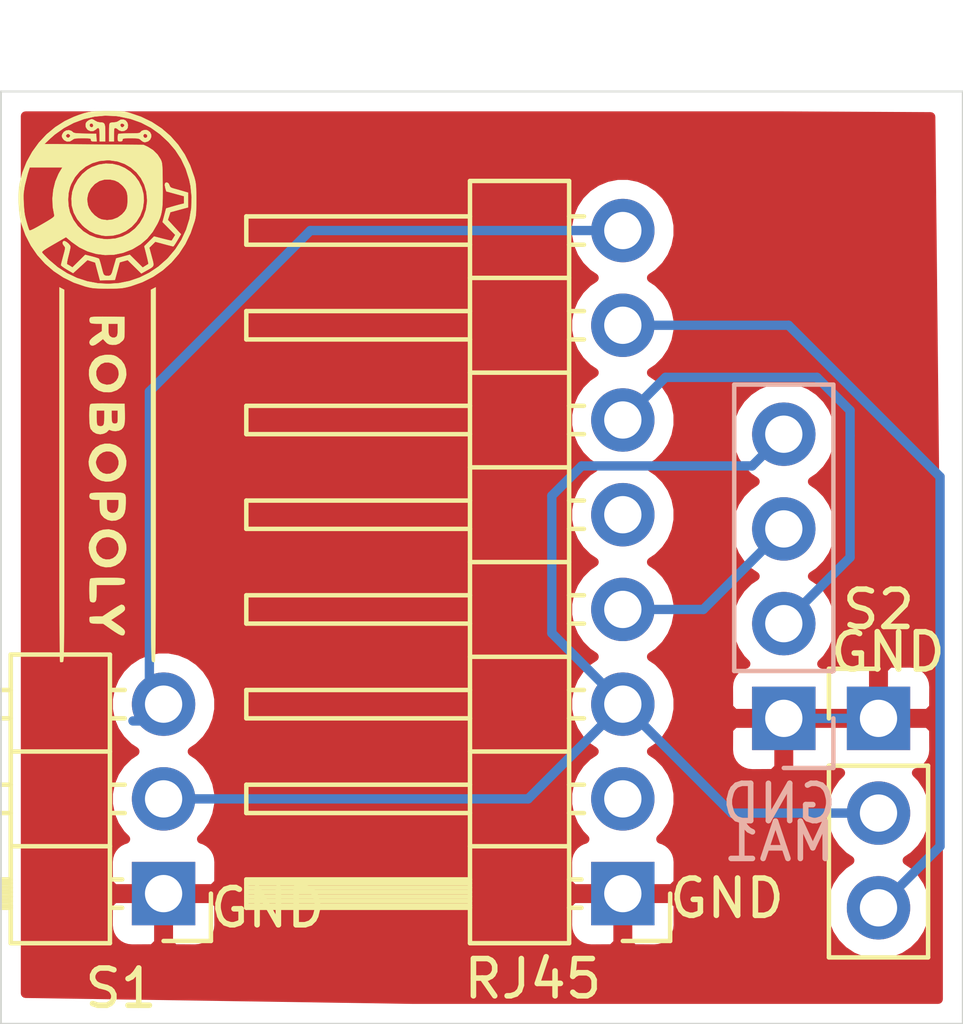
<source format=kicad_pcb>
(kicad_pcb (version 20171130) (host pcbnew 5.1.9-73d0e3b20d~88~ubuntu20.04.1)

  (general
    (thickness 1.6)
    (drawings 8)
    (tracks 27)
    (zones 0)
    (modules 5)
    (nets 9)
  )

  (page A4)
  (layers
    (0 F.Cu signal hide)
    (31 B.Cu signal)
    (32 B.Adhes user)
    (33 F.Adhes user)
    (34 B.Paste user)
    (35 F.Paste user)
    (36 B.SilkS user)
    (37 F.SilkS user)
    (38 B.Mask user)
    (39 F.Mask user)
    (40 Dwgs.User user)
    (41 Cmts.User user)
    (42 Eco1.User user)
    (43 Eco2.User user)
    (44 Edge.Cuts user)
    (45 Margin user)
    (46 B.CrtYd user)
    (47 F.CrtYd user)
    (48 B.Fab user)
    (49 F.Fab user)
  )

  (setup
    (last_trace_width 0.25)
    (trace_clearance 0.2)
    (zone_clearance 0.508)
    (zone_45_only no)
    (trace_min 0.2)
    (via_size 0.8)
    (via_drill 0.4)
    (via_min_size 0.4)
    (via_min_drill 0.3)
    (uvia_size 0.3)
    (uvia_drill 0.1)
    (uvias_allowed no)
    (uvia_min_size 0.2)
    (uvia_min_drill 0.1)
    (edge_width 0.05)
    (segment_width 0.2)
    (pcb_text_width 0.3)
    (pcb_text_size 1.5 1.5)
    (mod_edge_width 0.12)
    (mod_text_size 1 1)
    (mod_text_width 0.15)
    (pad_size 1.524 1.524)
    (pad_drill 0.762)
    (pad_to_mask_clearance 0)
    (aux_axis_origin 0 0)
    (grid_origin 139.7 127)
    (visible_elements FFFFFF7F)
    (pcbplotparams
      (layerselection 0x010fc_ffffffff)
      (usegerberextensions false)
      (usegerberattributes true)
      (usegerberadvancedattributes true)
      (creategerberjobfile true)
      (excludeedgelayer true)
      (linewidth 0.100000)
      (plotframeref false)
      (viasonmask false)
      (mode 1)
      (useauxorigin false)
      (hpglpennumber 1)
      (hpglpenspeed 20)
      (hpglpendiameter 15.000000)
      (psnegative false)
      (psa4output false)
      (plotreference true)
      (plotvalue true)
      (plotinvisibletext false)
      (padsonsilk false)
      (subtractmaskfromsilk false)
      (outputformat 1)
      (mirror false)
      (drillshape 0)
      (scaleselection 1)
      (outputdirectory "gerber/"))
  )

  (net 0 "")
  (net 1 /GND)
  (net 2 /DATA)
  (net 3 /CLK)
  (net 4 "Net-(RJ45-Pad5)")
  (net 5 /S2)
  (net 6 /VCC5V)
  (net 7 /3.3V)
  (net 8 /S1)

  (net_class Default "This is the default net class."
    (clearance 0.2)
    (trace_width 0.25)
    (via_dia 0.8)
    (via_drill 0.4)
    (uvia_dia 0.3)
    (uvia_drill 0.1)
    (add_net /3.3V)
    (add_net /CLK)
    (add_net /DATA)
    (add_net /GND)
    (add_net /S1)
    (add_net /S2)
    (add_net /VCC5V)
    (add_net "Net-(RJ45-Pad5)")
  )

  (module robopoly_logo:logo_15mm (layer F.Cu) (tedit 606F60B9) (tstamp 606FC37E)
    (at 121.666 122.809 270)
    (fp_text reference REF** (at 0 0.5 90) (layer Cmts.User)
      (effects (font (size 1 1) (thickness 0.15)))
    )
    (fp_text value logo_15mm (at 0 -0.5 180) (layer Cmts.User)
      (effects (font (size 1 1) (thickness 0.15)))
    )
    (fp_poly (pts (xy -5.685361 -0.840989) (xy -5.662823 -0.835387) (xy -5.4797 -0.767141) (xy -5.317628 -0.666047)
      (xy -5.179876 -0.5371) (xy -5.069714 -0.385297) (xy -4.990409 -0.215635) (xy -4.945231 -0.03311)
      (xy -4.937449 0.15728) (xy -4.948938 0.255833) (xy -4.992787 0.429782) (xy -5.063563 0.581247)
      (xy -5.167375 0.721868) (xy -5.226559 0.784774) (xy -5.386345 0.917908) (xy -5.558742 1.010706)
      (xy -5.742988 1.06294) (xy -5.93832 1.074384) (xy -6.118197 1.050656) (xy -6.286998 0.994236)
      (xy -6.448127 0.902805) (xy -6.592602 0.783488) (xy -6.71144 0.643409) (xy -6.779909 0.525708)
      (xy -6.846383 0.340104) (xy -6.873987 0.15511) (xy -6.868996 0.045256) (xy -6.450462 0.045256)
      (xy -6.447742 0.195441) (xy -6.40893 0.326934) (xy -6.332028 0.446141) (xy -6.321538 0.458348)
      (xy -6.206496 0.560309) (xy -6.074576 0.626926) (xy -5.932458 0.655029) (xy -5.9055 0.655753)
      (xy -5.759189 0.635052) (xy -5.682443 0.606095) (xy -5.580241 0.54187) (xy -5.487345 0.453464)
      (xy -5.414739 0.353113) (xy -5.376493 0.265154) (xy -5.356133 0.118533) (xy -5.37368 -0.028141)
      (xy -5.426659 -0.165187) (xy -5.51259 -0.282922) (xy -5.518205 -0.288627) (xy -5.594225 -0.356683)
      (xy -5.667076 -0.400116) (xy -5.750001 -0.423882) (xy -5.856243 -0.432937) (xy -5.9055 -0.433551)
      (xy -6.023617 -0.428871) (xy -6.113512 -0.411434) (xy -6.188597 -0.376145) (xy -6.262284 -0.317909)
      (xy -6.296378 -0.285044) (xy -6.377522 -0.187995) (xy -6.426091 -0.085861) (xy -6.449757 0.037802)
      (xy -6.450462 0.045256) (xy -6.868996 0.045256) (xy -6.865779 -0.025546) (xy -6.824821 -0.198135)
      (xy -6.754172 -0.358929) (xy -6.656893 -0.504197) (xy -6.536045 -0.630213) (xy -6.394686 -0.733247)
      (xy -6.235878 -0.80957) (xy -6.062681 -0.855454) (xy -5.878155 -0.86717) (xy -5.685361 -0.840989)) (layer F.SilkS) (width 0.01))
    (fp_poly (pts (xy -7.584851 -1.062308) (xy -7.522758 -1.034696) (xy -7.475174 -0.982331) (xy -7.451664 -0.907786)
      (xy -7.450666 -0.887042) (xy -7.464987 -0.843857) (xy -7.49984 -0.795675) (xy -7.503583 -0.791826)
      (xy -7.527386 -0.765248) (xy -7.542738 -0.736444) (xy -7.551477 -0.695877) (xy -7.555445 -0.63401)
      (xy -7.556482 -0.541308) (xy -7.5565 -0.517621) (xy -7.555965 -0.418725) (xy -7.553403 -0.354659)
      (xy -7.54738 -0.317921) (xy -7.53646 -0.301012) (xy -7.51921 -0.296431) (xy -7.514166 -0.296333)
      (xy -7.48318 -0.286354) (xy -7.47227 -0.249225) (xy -7.471833 -0.232833) (xy -7.474771 -0.193256)
      (xy -7.49138 -0.174875) (xy -7.533356 -0.169593) (xy -7.563555 -0.169333) (xy -7.622952 -0.172335)
      (xy -7.662821 -0.179872) (xy -7.669389 -0.183444) (xy -7.674598 -0.208742) (xy -7.678939 -0.268097)
      (xy -7.68202 -0.353232) (xy -7.683447 -0.455874) (xy -7.6835 -0.480442) (xy -7.684381 -0.59976)
      (xy -7.687441 -0.682855) (xy -7.693306 -0.735811) (xy -7.702601 -0.764711) (xy -7.713771 -0.774945)
      (xy -7.74961 -0.808632) (xy -7.770998 -0.866378) (xy -7.772595 -0.904654) (xy -7.674173 -0.904654)
      (xy -7.671 -0.881055) (xy -7.643053 -0.853149) (xy -7.603734 -0.852901) (xy -7.570501 -0.876968)
      (xy -7.560672 -0.902181) (xy -7.570596 -0.944454) (xy -7.604238 -0.9646) (xy -7.645631 -0.955225)
      (xy -7.656286 -0.946452) (xy -7.674173 -0.904654) (xy -7.772595 -0.904654) (xy -7.773702 -0.931159)
      (xy -7.762531 -0.970907) (xy -7.714303 -1.032986) (xy -7.651888 -1.062596) (xy -7.584851 -1.062308)) (layer F.SilkS) (width 0.01))
    (fp_poly (pts (xy -7.839004 -0.434543) (xy -7.790539 -0.403372) (xy -7.755347 -0.342787) (xy -7.748129 -0.270834)
      (xy -7.768979 -0.204778) (xy -7.789333 -0.179916) (xy -7.821479 -0.137112) (xy -7.831666 -0.102553)
      (xy -7.827445 -0.083488) (xy -7.809335 -0.071835) (xy -7.769172 -0.065822) (xy -7.698788 -0.063676)
      (xy -7.65175 -0.0635) (xy -7.471833 -0.0635) (xy -7.471833 0.0635) (xy -7.712985 0.0635)
      (xy -7.820238 0.062583) (xy -7.892303 0.059206) (xy -7.936297 0.052431) (xy -7.959339 0.04132)
      (xy -7.966985 0.030019) (xy -7.975856 -0.013653) (xy -7.979819 -0.073803) (xy -7.979833 -0.077326)
      (xy -7.988574 -0.136857) (xy -8.009792 -0.181036) (xy -8.011551 -0.182909) (xy -8.051759 -0.247713)
      (xy -8.054532 -0.291523) (xy -7.952397 -0.291523) (xy -7.94484 -0.253028) (xy -7.914376 -0.233144)
      (xy -7.909006 -0.232833) (xy -7.870694 -0.247776) (xy -7.854694 -0.262341) (xy -7.842811 -0.293199)
      (xy -7.86571 -0.327353) (xy -7.896272 -0.350865) (xy -7.921344 -0.342012) (xy -7.932835 -0.331236)
      (xy -7.952397 -0.291523) (xy -8.054532 -0.291523) (xy -8.056098 -0.316257) (xy -8.028632 -0.378222)
      (xy -7.973425 -0.42329) (xy -7.910145 -0.440414) (xy -7.839004 -0.434543)) (layer F.SilkS) (width 0.01))
    (fp_poly (pts (xy -7.471833 0.3175) (xy -7.65175 0.3175) (xy -7.750837 0.320443) (xy -7.810785 0.330749)
      (xy -7.834477 0.350635) (xy -7.824792 0.382316) (xy -7.789333 0.423334) (xy -7.752168 0.487281)
      (xy -7.748349 0.560661) (xy -7.776988 0.628183) (xy -7.802771 0.654631) (xy -7.858248 0.687968)
      (xy -7.915391 0.693546) (xy -7.964246 0.683854) (xy -7.999932 0.657834) (xy -8.035339 0.608155)
      (xy -8.059685 0.552166) (xy -8.061461 0.541219) (xy -7.955482 0.541219) (xy -7.950623 0.56193)
      (xy -7.922213 0.589582) (xy -7.880743 0.584968) (xy -7.858721 0.568921) (xy -7.843535 0.531407)
      (xy -7.860995 0.49847) (xy -7.896182 0.486834) (xy -7.941244 0.502132) (xy -7.955482 0.541219)
      (xy -8.061461 0.541219) (xy -8.0645 0.522489) (xy -8.052184 0.485768) (xy -8.022531 0.439188)
      (xy -8.022166 0.438724) (xy -7.991272 0.378185) (xy -7.979833 0.318062) (xy -7.977091 0.257358)
      (xy -7.964397 0.21584) (xy -7.935046 0.189894) (xy -7.882335 0.175908) (xy -7.799559 0.170267)
      (xy -7.703922 0.169334) (xy -7.471833 0.169334) (xy -7.471833 0.3175)) (layer F.SilkS) (width 0.01))
    (fp_poly (pts (xy -7.471833 0.47509) (xy -7.476411 0.526636) (xy -7.494359 0.547676) (xy -7.514166 0.550334)
      (xy -7.532916 0.553079) (xy -7.545132 0.566264) (xy -7.552204 0.597309) (xy -7.55552 0.653635)
      (xy -7.556469 0.742665) (xy -7.5565 0.776511) (xy -7.555669 0.879245) (xy -7.552146 0.948921)
      (xy -7.544387 0.994799) (xy -7.530848 1.026139) (xy -7.510639 1.051505) (xy -7.470437 1.121268)
      (xy -7.468364 1.196389) (xy -7.503843 1.265491) (xy -7.522402 1.283933) (xy -7.574435 1.321275)
      (xy -7.618912 1.329753) (xy -7.662333 1.318484) (xy -7.723809 1.276968) (xy -7.760948 1.214346)
      (xy -7.768508 1.159475) (xy -7.678224 1.159475) (xy -7.667599 1.18936) (xy -7.663215 1.194855)
      (xy -7.633698 1.221971) (xy -7.62 1.227667) (xy -7.594845 1.213273) (xy -7.576785 1.194855)
      (xy -7.561282 1.163684) (xy -7.579056 1.132704) (xy -7.584776 1.126819) (xy -7.614533 1.103088)
      (xy -7.639003 1.111522) (xy -7.655223 1.126819) (xy -7.678224 1.159475) (xy -7.768508 1.159475)
      (xy -7.770725 1.143385) (xy -7.750112 1.076852) (xy -7.726397 1.048261) (xy -7.709605 1.029053)
      (xy -7.697682 1.001971) (xy -7.689592 0.959691) (xy -7.684299 0.894889) (xy -7.680766 0.800242)
      (xy -7.678772 0.711605) (xy -7.672916 0.41275) (xy -7.572375 0.406299) (xy -7.471833 0.399847)
      (xy -7.471833 0.47509)) (layer F.SilkS) (width 0.01))
    (fp_poly (pts (xy -5.638434 -1.815041) (xy -5.573771 -1.576916) (xy -5.46976 -1.543151) (xy -5.36575 -1.509386)
      (xy -5.17358 -1.685308) (xy -4.981411 -1.86123) (xy -4.819039 -1.766181) (xy -4.746831 -1.722299)
      (xy -4.691134 -1.685379) (xy -4.660263 -1.661076) (xy -4.656685 -1.655774) (xy -4.661903 -1.630321)
      (xy -4.676055 -1.572854) (xy -4.696909 -1.492197) (xy -4.719427 -1.407583) (xy -4.78215 -1.17475)
      (xy -4.620304 -1.01201) (xy -4.379194 -1.076818) (xy -4.274327 -1.105414) (xy -4.20152 -1.122111)
      (xy -4.151317 -1.123301) (xy -4.114265 -1.105376) (xy -4.080908 -1.064728) (xy -4.041792 -0.99775)
      (xy -4.006715 -0.934677) (xy -3.931177 -0.800437) (xy -4.110542 -0.617177) (xy -4.289906 -0.433916)
      (xy -4.259652 -0.326887) (xy -4.229399 -0.219857) (xy -3.757083 -0.091189) (xy -3.751084 0.108252)
      (xy -3.745085 0.307694) (xy -3.983917 0.371863) (xy -4.22275 0.436033) (xy -4.25672 0.540808)
      (xy -4.29069 0.645584) (xy -4.115476 0.837356) (xy -3.940262 1.029129) (xy -4.034601 1.191898)
      (xy -4.079354 1.264272) (xy -4.119005 1.319742) (xy -4.147364 1.349993) (xy -4.154679 1.353172)
      (xy -4.184682 1.347221) (xy -4.24586 1.332281) (xy -4.328619 1.310764) (xy -4.402524 1.29082)
      (xy -4.500244 1.264369) (xy -4.565725 1.248543) (xy -4.607538 1.242709) (xy -4.634252 1.246231)
      (xy -4.654437 1.258476) (xy -4.668472 1.271148) (xy -4.720872 1.305035) (xy -4.767243 1.308847)
      (xy -4.79671 1.281774) (xy -4.797124 1.280727) (xy -4.791826 1.244176) (xy -4.762871 1.195447)
      (xy -4.720863 1.147223) (xy -4.676409 1.112187) (xy -4.647844 1.102195) (xy -4.611015 1.106866)
      (xy -4.544194 1.120679) (xy -4.458126 1.141277) (xy -4.395201 1.157655) (xy -4.30681 1.179453)
      (xy -4.23516 1.193419) (xy -4.188985 1.198076) (xy -4.176364 1.194697) (xy -4.161281 1.164485)
      (xy -4.133426 1.117175) (xy -4.129731 1.11125) (xy -4.089866 1.04775) (xy -4.259028 0.875784)
      (xy -4.428191 0.703818) (xy -4.38361 0.527524) (xy -4.361638 0.446035) (xy -4.341575 0.381095)
      (xy -4.326734 0.3431) (xy -4.323223 0.337947) (xy -4.295683 0.325875) (xy -4.240026 0.307885)
      (xy -4.180416 0.291145) (xy -4.094481 0.268457) (xy -4.009863 0.246107) (xy -3.966082 0.234537)
      (xy -3.907107 0.213519) (xy -3.877433 0.184442) (xy -3.866699 0.151205) (xy -3.861408 0.072078)
      (xy -3.885758 0.019521) (xy -3.943286 -0.013222) (xy -3.954603 -0.016729) (xy -4.01495 -0.034211)
      (xy -4.097738 -0.058287) (xy -4.1827 -0.083062) (xy -4.33315 -0.127001) (xy -4.381886 -0.308354)
      (xy -4.430622 -0.489708) (xy -4.258579 -0.662895) (xy -4.086535 -0.836083) (xy -4.132103 -0.910166)
      (xy -4.16202 -0.958428) (xy -4.1813 -0.98883) (xy -4.183827 -0.99256) (xy -4.205478 -0.990924)
      (xy -4.259666 -0.980224) (xy -4.338012 -0.96226) (xy -4.424313 -0.940844) (xy -4.658644 -0.880817)
      (xy -4.92033 -1.142503) (xy -4.859582 -1.376113) (xy -4.836214 -1.4691) (xy -4.818515 -1.545652)
      (xy -4.808317 -1.597388) (xy -4.807125 -1.615859) (xy -4.82877 -1.629821) (xy -4.872744 -1.657231)
      (xy -4.8895 -1.667563) (xy -4.963583 -1.713132) (xy -5.135957 -1.541898) (xy -5.30833 -1.370664)
      (xy -5.490562 -1.418805) (xy -5.672793 -1.466945) (xy -5.713899 -1.606598) (xy -5.739812 -1.697161)
      (xy -5.764815 -1.788656) (xy -5.779849 -1.846791) (xy -5.804692 -1.947333) (xy -6.00207 -1.947333)
      (xy -6.06689 -1.709566) (xy -6.131709 -1.471798) (xy -6.220697 -1.446034) (xy -6.30289 -1.430251)
      (xy -6.351849 -1.440279) (xy -6.367988 -1.476238) (xy -6.366994 -1.488946) (xy -6.3405 -1.530623)
      (xy -6.295659 -1.551704) (xy -6.252854 -1.570558) (xy -6.226009 -1.604974) (xy -6.204869 -1.668157)
      (xy -6.204692 -1.668828) (xy -6.184493 -1.742707) (xy -6.158354 -1.834952) (xy -6.136427 -1.910291)
      (xy -6.094207 -2.053166) (xy -5.703096 -2.053166) (xy -5.638434 -1.815041)) (layer F.SilkS) (width 0.01))
    (fp_poly (pts (xy 2.008756 -1.185312) (xy 2.516105 -1.185243) (xy 2.984215 -1.185115) (xy 3.414634 -1.184919)
      (xy 3.808909 -1.184645) (xy 4.168587 -1.184282) (xy 4.495215 -1.183823) (xy 4.79034 -1.183255)
      (xy 5.055511 -1.18257) (xy 5.292274 -1.181758) (xy 5.502176 -1.180809) (xy 5.686766 -1.179712)
      (xy 5.847589 -1.178459) (xy 5.986193 -1.177039) (xy 6.104126 -1.175442) (xy 6.202936 -1.173659)
      (xy 6.284168 -1.17168) (xy 6.34937 -1.169494) (xy 6.400091 -1.167093) (xy 6.437876 -1.164466)
      (xy 6.464274 -1.161603) (xy 6.480831 -1.158495) (xy 6.489096 -1.155131) (xy 6.490616 -1.153314)
      (xy 6.488801 -1.111562) (xy 6.476776 -1.089814) (xy 6.470298 -1.086353) (xy 6.455795 -1.083151)
      (xy 6.431715 -1.080198) (xy 6.396508 -1.077484) (xy 6.348624 -1.074998) (xy 6.286513 -1.072733)
      (xy 6.208623 -1.070677) (xy 6.113405 -1.068821) (xy 5.999307 -1.067156) (xy 5.86478 -1.06567)
      (xy 5.708273 -1.064356) (xy 5.528236 -1.063202) (xy 5.323117 -1.062199) (xy 5.091367 -1.061338)
      (xy 4.831435 -1.060608) (xy 4.54177 -1.06) (xy 4.220823 -1.059504) (xy 3.867042 -1.05911)
      (xy 3.478877 -1.058809) (xy 3.054778 -1.05859) (xy 2.593194 -1.058445) (xy 2.092575 -1.058362)
      (xy 1.55137 -1.058334) (xy 1.479619 -1.058333) (xy -3.491413 -1.058333) (xy -3.557087 -1.185333)
      (xy 1.460621 -1.185333) (xy 2.008756 -1.185312)) (layer F.SilkS) (width 0.01))
    (fp_poly (pts (xy 5.089577 -0.354698) (xy 5.119124 -0.335215) (xy 5.154848 -0.295272) (xy 5.202613 -0.228752)
      (xy 5.240577 -0.17189) (xy 5.364268 0.016053) (xy 5.481426 -0.154439) (xy 5.546517 -0.246544)
      (xy 5.595659 -0.307598) (xy 5.635011 -0.342651) (xy 5.670732 -0.356754) (xy 5.708982 -0.354957)
      (xy 5.722307 -0.351963) (xy 5.760601 -0.334355) (xy 5.776615 -0.303514) (xy 5.769186 -0.255491)
      (xy 5.737146 -0.186335) (xy 5.679332 -0.092097) (xy 5.61987 -0.004748) (xy 5.46124 0.22225)
      (xy 5.46112 0.382059) (xy 5.457622 0.472184) (xy 5.448119 0.537459) (xy 5.4356 0.567267)
      (xy 5.396884 0.585735) (xy 5.34315 0.592509) (xy 5.296748 0.585918) (xy 5.284611 0.578556)
      (xy 5.277843 0.551969) (xy 5.272847 0.494578) (xy 5.270554 0.417907) (xy 5.2705 0.403789)
      (xy 5.2705 0.243134) (xy 5.11175 0.005563) (xy 5.053038 -0.085046) (xy 5.004135 -0.165747)
      (xy 4.969491 -0.228802) (xy 4.953554 -0.266472) (xy 4.953 -0.270521) (xy 4.971021 -0.324577)
      (xy 5.020909 -0.355031) (xy 5.060343 -0.359833) (xy 5.089577 -0.354698)) (layer F.SilkS) (width 0.01))
    (fp_poly (pts (xy 4.361635 -0.356844) (xy 4.386057 -0.344209) (xy 4.403138 -0.316429) (xy 4.414166 -0.268003)
      (xy 4.420432 -0.193431) (xy 4.423224 -0.087212) (xy 4.423834 0.046567) (xy 4.423834 0.402167)
      (xy 4.631267 0.402167) (xy 4.741306 0.404319) (xy 4.815653 0.412372) (xy 4.860803 0.428721)
      (xy 4.883252 0.455764) (xy 4.889495 0.495895) (xy 4.8895 0.497417) (xy 4.878037 0.545991)
      (xy 4.8641 0.567267) (xy 4.8321 0.578334) (xy 4.767895 0.586419) (xy 4.681511 0.591524)
      (xy 4.582973 0.593648) (xy 4.482304 0.592791) (xy 4.389528 0.588954) (xy 4.314672 0.582135)
      (xy 4.267758 0.572335) (xy 4.258734 0.567267) (xy 4.249065 0.542084) (xy 4.24186 0.486448)
      (xy 4.23695 0.397359) (xy 4.234165 0.271819) (xy 4.233334 0.116417) (xy 4.233806 -0.037551)
      (xy 4.235905 -0.154304) (xy 4.240654 -0.238956) (xy 4.249075 -0.296623) (xy 4.262192 -0.332417)
      (xy 4.281027 -0.351454) (xy 4.306603 -0.358847) (xy 4.328584 -0.359833) (xy 4.361635 -0.356844)) (layer F.SilkS) (width 0.01))
    (fp_poly (pts (xy 2.2264 -0.380535) (xy 2.377424 -0.372618) (xy 2.493568 -0.347776) (xy 2.579874 -0.303166)
      (xy 2.641387 -0.235948) (xy 2.683147 -0.143279) (xy 2.690192 -0.119164) (xy 2.701108 -0.006757)
      (xy 2.676977 0.101979) (xy 2.622486 0.197298) (xy 2.542324 0.269455) (xy 2.490997 0.294987)
      (xy 2.439072 0.306602) (xy 2.362259 0.314731) (xy 2.284622 0.3175) (xy 2.137834 0.3175)
      (xy 2.137834 0.429684) (xy 2.130898 0.516525) (xy 2.107986 0.568424) (xy 2.06594 0.590783)
      (xy 2.042584 0.592667) (xy 1.99401 0.581204) (xy 1.972734 0.567267) (xy 1.96323 0.542532)
      (xy 1.956105 0.4878) (xy 1.951191 0.400041) (xy 1.948323 0.276224) (xy 1.947337 0.113319)
      (xy 1.947334 0.102345) (xy 1.947063 -0.052912) (xy 1.948204 -0.170935) (xy 1.949453 -0.1905)
      (xy 2.137834 -0.1905) (xy 2.137834 0.127) (xy 2.275417 0.127) (xy 2.358497 0.123992)
      (xy 2.412026 0.113009) (xy 2.448488 0.091114) (xy 2.455334 0.084667) (xy 2.489441 0.024522)
      (xy 2.497667 -0.030214) (xy 2.480829 -0.105443) (xy 2.429918 -0.156807) (xy 2.344337 -0.184709)
      (xy 2.261979 -0.1905) (xy 2.137834 -0.1905) (xy 1.949453 -0.1905) (xy 1.953688 -0.256794)
      (xy 1.966447 -0.315562) (xy 1.989411 -0.35231) (xy 2.02551 -0.372109) (xy 2.077677 -0.380032)
      (xy 2.148841 -0.381148) (xy 2.2264 -0.380535)) (layer F.SilkS) (width 0.01))
    (fp_poly (pts (xy 0.06523 -0.351246) (xy 0.138543 -0.338444) (xy 0.192327 -0.316158) (xy 0.234111 -0.282683)
      (xy 0.254718 -0.258864) (xy 0.283934 -0.195088) (xy 0.296265 -0.111437) (xy 0.290478 -0.027368)
      (xy 0.272761 0.025662) (xy 0.260533 0.063445) (xy 0.279822 0.086781) (xy 0.283345 0.088823)
      (xy 0.328426 0.134258) (xy 0.362941 0.206442) (xy 0.380126 0.28996) (xy 0.380921 0.311157)
      (xy 0.362586 0.408121) (xy 0.313138 0.493158) (xy 0.240621 0.553526) (xy 0.222467 0.562191)
      (xy 0.168964 0.575798) (xy 0.088768 0.585713) (xy -0.008563 0.591915) (xy -0.113471 0.594386)
      (xy -0.216399 0.593106) (xy -0.307789 0.588054) (xy -0.378083 0.579212) (xy -0.417722 0.56656)
      (xy -0.421179 0.563513) (xy -0.430196 0.534931) (xy -0.436421 0.472835) (xy -0.439943 0.37495)
      (xy -0.440852 0.239002) (xy -0.440453 0.1905) (xy -0.254 0.1905) (xy -0.254 0.402167)
      (xy -0.067733 0.402167) (xy 0.035436 0.399118) (xy 0.107888 0.390426) (xy 0.143924 0.376776)
      (xy 0.143934 0.376767) (xy 0.163492 0.337187) (xy 0.169334 0.296334) (xy 0.163734 0.249727)
      (xy 0.142385 0.218889) (xy 0.098467 0.200775) (xy 0.025154 0.192338) (xy -0.067733 0.1905)
      (xy -0.254 0.1905) (xy -0.440453 0.1905) (xy -0.439646 0.092554) (xy -0.43625 -0.169333)
      (xy -0.254 -0.169333) (xy -0.254 0) (xy -0.097842 0) (xy -0.003863 -0.003209)
      (xy 0.054903 -0.013608) (xy 0.084439 -0.031475) (xy 0.10025 -0.077223) (xy 0.097211 -0.116142)
      (xy 0.088291 -0.142596) (xy 0.0717 -0.158411) (xy 0.038083 -0.166317) (xy -0.021919 -0.169044)
      (xy -0.08507 -0.169333) (xy -0.254 -0.169333) (xy -0.43625 -0.169333) (xy -0.433916 -0.34925)
      (xy -0.170086 -0.355229) (xy -0.035137 -0.356272) (xy 0.06523 -0.351246)) (layer F.SilkS) (width 0.01))
    (fp_poly (pts (xy -2.356563 -0.348903) (xy -2.274628 -0.347051) (xy -2.21908 -0.342473) (xy -2.181949 -0.333951)
      (xy -2.15526 -0.320265) (xy -2.131043 -0.300196) (xy -2.126889 -0.296333) (xy -2.054156 -0.210079)
      (xy -2.018986 -0.117692) (xy -2.016335 -0.013682) (xy -2.02921 0.060907) (xy -2.057001 0.1147)
      (xy -2.100557 0.160447) (xy -2.174564 0.228269) (xy -2.080609 0.346705) (xy -2.02063 0.433451)
      (xy -1.995481 0.500077) (xy -2.004549 0.549617) (xy -2.034015 0.577747) (xy -2.082695 0.592675)
      (xy -2.134471 0.575348) (xy -2.192854 0.523381) (xy -2.261353 0.434388) (xy -2.275416 0.413672)
      (xy -2.38125 0.255371) (xy -2.481791 0.254686) (xy -2.582333 0.254) (xy -2.582333 0.397934)
      (xy -2.586046 0.480148) (xy -2.596033 0.541135) (xy -2.607733 0.567267) (xy -2.655209 0.589875)
      (xy -2.71121 0.586928) (xy -2.749512 0.563513) (xy -2.758529 0.534931) (xy -2.764754 0.472835)
      (xy -2.768277 0.37495) (xy -2.769185 0.239002) (xy -2.767979 0.092554) (xy -2.764584 -0.169333)
      (xy -2.582333 -0.169333) (xy -2.582333 0.084667) (xy -2.434166 0.084667) (xy -2.348992 0.082195)
      (xy -2.294041 0.073014) (xy -2.257399 0.054475) (xy -2.243666 0.042334) (xy -2.208293 -0.017258)
      (xy -2.205713 -0.082617) (xy -2.234595 -0.136071) (xy -2.26915 -0.15544) (xy -2.329695 -0.166066)
      (xy -2.424158 -0.169333) (xy -2.582333 -0.169333) (xy -2.764584 -0.169333) (xy -2.76225 -0.34925)
      (xy -2.472858 -0.34925) (xy -2.356563 -0.348903)) (layer F.SilkS) (width 0.01))
    (fp_poly (pts (xy 3.597497 -0.370694) (xy 3.726477 -0.307567) (xy 3.828365 -0.216826) (xy 3.900849 -0.105176)
      (xy 3.941617 0.020674) (xy 3.94836 0.154018) (xy 3.918766 0.288149) (xy 3.862647 0.398777)
      (xy 3.784547 0.481872) (xy 3.67812 0.547044) (xy 3.554964 0.590447) (xy 3.426678 0.608231)
      (xy 3.30486 0.596547) (xy 3.283876 0.590824) (xy 3.15254 0.530473) (xy 3.048564 0.440073)
      (xy 2.975869 0.323914) (xy 2.943423 0.218291) (xy 2.938204 0.133869) (xy 3.138992 0.133869)
      (xy 3.16502 0.243723) (xy 3.22363 0.328123) (xy 3.302351 0.384145) (xy 3.405669 0.419153)
      (xy 3.508411 0.412032) (xy 3.577497 0.384141) (xy 3.66484 0.317951) (xy 3.719874 0.23499)
      (xy 3.744372 0.142738) (xy 3.740108 0.048671) (xy 3.708854 -0.039731) (xy 3.652383 -0.114992)
      (xy 3.572468 -0.169633) (xy 3.470882 -0.196176) (xy 3.439584 -0.197555) (xy 3.3285 -0.178817)
      (xy 3.238137 -0.126507) (xy 3.173808 -0.046484) (xy 3.140828 0.055393) (xy 3.138992 0.133869)
      (xy 2.938204 0.133869) (xy 2.934376 0.07195) (xy 2.961307 -0.062146) (xy 3.0194 -0.179663)
      (xy 3.103842 -0.276263) (xy 3.209819 -0.347613) (xy 3.332515 -0.389378) (xy 3.467117 -0.397221)
      (xy 3.597497 -0.370694)) (layer F.SilkS) (width 0.01))
    (fp_poly (pts (xy 1.220749 -0.390245) (xy 1.342991 -0.356906) (xy 1.453998 -0.29439) (xy 1.546752 -0.202663)
      (xy 1.595224 -0.124782) (xy 1.641354 0.009291) (xy 1.650636 0.144284) (xy 1.625778 0.273414)
      (xy 1.569489 0.389899) (xy 1.484478 0.486959) (xy 1.373451 0.557812) (xy 1.313783 0.579917)
      (xy 1.204346 0.605849) (xy 1.111298 0.609997) (xy 1.014483 0.591947) (xy 0.9525 0.572466)
      (xy 0.832009 0.510441) (xy 0.737825 0.419998) (xy 0.672487 0.307749) (xy 0.638533 0.180306)
      (xy 0.638522 0.131821) (xy 0.836949 0.131821) (xy 0.864565 0.232462) (xy 0.922279 0.319225)
      (xy 1.004007 0.383963) (xy 1.103667 0.41853) (xy 1.141609 0.421992) (xy 1.191964 0.413671)
      (xy 1.257677 0.391159) (xy 1.283212 0.379728) (xy 1.370445 0.3164) (xy 1.427054 0.231145)
      (xy 1.451319 0.132965) (xy 1.441521 0.030865) (xy 1.395939 -0.066155) (xy 1.373771 -0.094365)
      (xy 1.291076 -0.160205) (xy 1.195505 -0.192107) (xy 1.095941 -0.192086) (xy 1.001265 -0.162155)
      (xy 0.920359 -0.104331) (xy 0.862106 -0.020626) (xy 0.845513 0.02545) (xy 0.836949 0.131821)
      (xy 0.638522 0.131821) (xy 0.6385 0.044282) (xy 0.674925 -0.093713) (xy 0.686565 -0.120447)
      (xy 0.759743 -0.232494) (xy 0.856767 -0.31553) (xy 0.97062 -0.369523) (xy 1.094286 -0.394439)
      (xy 1.220749 -0.390245)) (layer F.SilkS) (width 0.01))
    (fp_poly (pts (xy -1.131929 -0.382741) (xy -0.993942 -0.332327) (xy -0.882959 -0.250891) (xy -0.802218 -0.142162)
      (xy -0.754961 -0.009869) (xy -0.744995 0.062619) (xy -0.751547 0.215213) (xy -0.793633 0.347763)
      (xy -0.869808 0.457474) (xy -0.978629 0.541556) (xy -0.99786 0.551878) (xy -1.101974 0.587679)
      (xy -1.224397 0.603972) (xy -1.345107 0.599211) (xy -1.413472 0.583992) (xy -1.545462 0.523017)
      (xy -1.643773 0.436806) (xy -1.708947 0.32458) (xy -1.741525 0.18556) (xy -1.745759 0.105834)
      (xy -1.745256 0.08476) (xy -1.546963 0.08476) (xy -1.541832 0.184764) (xy -1.504568 0.275306)
      (xy -1.488008 0.297515) (xy -1.399758 0.376716) (xy -1.302496 0.414646) (xy -1.195252 0.411517)
      (xy -1.105045 0.381161) (xy -1.039796 0.343033) (xy -0.99579 0.29114) (xy -0.970461 0.2411)
      (xy -0.941929 0.132812) (xy -0.949725 0.031281) (xy -0.988148 -0.058063) (xy -1.051499 -0.129791)
      (xy -1.134077 -0.178476) (xy -1.230182 -0.198687) (xy -1.334115 -0.184998) (xy -1.392658 -0.160995)
      (xy -1.470068 -0.099222) (xy -1.522272 -0.013603) (xy -1.546963 0.08476) (xy -1.745256 0.08476)
      (xy -1.743596 0.015387) (xy -1.73391 -0.049673) (xy -1.712913 -0.106129) (xy -1.687302 -0.153198)
      (xy -1.599529 -0.263024) (xy -1.486943 -0.341731) (xy -1.356122 -0.3866) (xy -1.213646 -0.39491)
      (xy -1.131929 -0.382741)) (layer F.SilkS) (width 0.01))
    (fp_poly (pts (xy 2.032979 1.270003) (xy 2.533854 1.270022) (xy 2.995591 1.270069) (xy 3.419786 1.270159)
      (xy 3.808036 1.270305) (xy 4.16194 1.270519) (xy 4.483093 1.270817) (xy 4.773094 1.27121)
      (xy 5.033539 1.271714) (xy 5.266026 1.27234) (xy 5.472152 1.273103) (xy 5.653514 1.274017)
      (xy 5.811709 1.275093) (xy 5.948336 1.276347) (xy 6.06499 1.277792) (xy 6.163269 1.27944)
      (xy 6.244771 1.281306) (xy 6.311092 1.283403) (xy 6.36383 1.285744) (xy 6.404582 1.288343)
      (xy 6.434945 1.291213) (xy 6.456517 1.294368) (xy 6.470894 1.297822) (xy 6.479675 1.301587)
      (xy 6.484456 1.305678) (xy 6.486834 1.310107) (xy 6.487523 1.312144) (xy 6.492801 1.356177)
      (xy 6.487701 1.375644) (xy 6.465073 1.378326) (xy 6.400597 1.380828) (xy 6.294237 1.383149)
      (xy 6.145961 1.38529) (xy 5.955735 1.387251) (xy 5.723525 1.389032) (xy 5.449298 1.390633)
      (xy 5.133021 1.392054) (xy 4.774661 1.393296) (xy 4.374182 1.394358) (xy 3.931553 1.395241)
      (xy 3.446739 1.395945) (xy 2.919708 1.39647) (xy 2.350425 1.396816) (xy 1.738857 1.396983)
      (xy 1.458707 1.397) (xy -3.557087 1.397) (xy -3.491413 1.27) (xy 1.491367 1.27)
      (xy 2.032979 1.270003)) (layer F.SilkS) (width 0.01))
    (fp_poly (pts (xy -5.755211 -2.272103) (xy -5.638946 -2.269966) (xy -5.548407 -2.265602) (xy -5.475293 -2.258353)
      (xy -5.411306 -2.247562) (xy -5.348147 -2.23257) (xy -5.327011 -2.22685) (xy -5.01086 -2.119049)
      (xy -4.720124 -1.978184) (xy -4.456252 -1.805721) (xy -4.22069 -1.603123) (xy -4.014887 -1.371855)
      (xy -3.84029 -1.11338) (xy -3.698348 -0.829163) (xy -3.590506 -0.520669) (xy -3.572011 -0.451695)
      (xy -3.554128 -0.375776) (xy -3.541339 -0.304351) (xy -3.53287 -0.227951) (xy -3.527949 -0.137108)
      (xy -3.525801 -0.022354) (xy -3.525623 0.116417) (xy -3.526622 0.25865) (xy -3.529227 0.368279)
      (xy -3.534391 0.455028) (xy -3.543068 0.528621) (xy -3.556211 0.598781) (xy -3.574775 0.675234)
      (xy -3.583751 0.709084) (xy -3.685711 1.0093) (xy -3.823551 1.289991) (xy -3.994539 1.548433)
      (xy -4.195943 1.781902) (xy -4.42503 1.987676) (xy -4.67907 2.163029) (xy -4.95533 2.30524)
      (xy -5.251077 2.411584) (xy -5.306963 2.426914) (xy -5.457705 2.457306) (xy -5.63524 2.478705)
      (xy -5.825958 2.490606) (xy -6.016249 2.492501) (xy -6.192502 2.483885) (xy -6.33613 2.465204)
      (xy -6.635785 2.388086) (xy -6.921513 2.273967) (xy -7.061977 2.196354) (xy -6.773333 2.196354)
      (xy -6.598708 2.250773) (xy -6.284027 2.329295) (xy -6.096 2.35798) (xy -6.024231 2.361613)
      (xy -5.923771 2.360753) (xy -5.80794 2.356124) (xy -5.690056 2.348449) (xy -5.58344 2.338453)
      (xy -5.50141 2.326859) (xy -5.49292 2.325205) (xy -5.408975 2.306054) (xy -5.315973 2.281724)
      (xy -5.225287 2.255562) (xy -5.148289 2.230917) (xy -5.096352 2.211134) (xy -5.084722 2.205064)
      (xy -5.080373 2.188287) (xy -5.091817 2.150721) (xy -5.120747 2.088804) (xy -5.168858 1.998973)
      (xy -5.237842 1.877664) (xy -5.251547 1.854033) (xy -5.321465 1.73476) (xy -5.374251 1.647857)
      (xy -5.413344 1.588692) (xy -5.442185 1.552636) (xy -5.464211 1.535058) (xy -5.482864 1.531329)
      (xy -5.490241 1.532703) (xy -5.713303 1.574369) (xy -5.944591 1.582815) (xy -6.174883 1.559185)
      (xy -6.394954 1.504623) (xy -6.595582 1.420271) (xy -6.651625 1.388711) (xy -6.773333 1.315422)
      (xy -6.773333 2.196354) (xy -7.061977 2.196354) (xy -7.189681 2.125792) (xy -7.436658 1.946503)
      (xy -7.658812 1.739046) (xy -7.852513 1.506363) (xy -8.014128 1.251398) (xy -8.125378 1.014821)
      (xy -8.180283 0.87099) (xy -8.221343 0.745247) (xy -8.250425 0.626819) (xy -8.269397 0.504936)
      (xy -8.280126 0.368826) (xy -8.284481 0.207716) (xy -8.284591 0.170148) (xy -8.164505 0.170148)
      (xy -8.136766 0.458533) (xy -8.070488 0.742806) (xy -7.967367 1.018019) (xy -7.829103 1.279224)
      (xy -7.657393 1.521473) (xy -7.545916 1.648426) (xy -7.39775 1.804669) (xy -7.387166 0.47371)
      (xy -7.384241 0.105834) (xy -6.96737 0.105834) (xy -6.947428 0.318582) (xy -6.889321 0.516241)
      (xy -6.795634 0.695204) (xy -6.668948 0.851865) (xy -6.511846 0.982616) (xy -6.32691 1.083851)
      (xy -6.244166 1.115808) (xy -6.086641 1.152877) (xy -5.911898 1.165645) (xy -5.736737 1.154161)
      (xy -5.57796 1.118473) (xy -5.564447 1.113864) (xy -5.366575 1.023342) (xy -5.197114 0.903042)
      (xy -5.058262 0.756042) (xy -4.952216 0.585419) (xy -4.881175 0.39425) (xy -4.847335 0.185615)
      (xy -4.844683 0.105834) (xy -4.864364 -0.105242) (xy -4.921111 -0.300822) (xy -5.011479 -0.477455)
      (xy -5.132024 -0.631689) (xy -5.279301 -0.760073) (xy -5.449866 -0.859156) (xy -5.640274 -0.925486)
      (xy -5.84708 -0.955612) (xy -5.9055 -0.957091) (xy -6.115939 -0.937346) (xy -6.311081 -0.880434)
      (xy -6.487445 -0.789837) (xy -6.641554 -0.669038) (xy -6.769928 -0.52152) (xy -6.869087 -0.350764)
      (xy -6.935552 -0.160255) (xy -6.965844 0.046525) (xy -6.96737 0.105834) (xy -7.384241 0.105834)
      (xy -7.376583 -0.85725) (xy -7.320463 -0.976955) (xy -7.233775 -1.115317) (xy -7.116595 -1.233452)
      (xy -6.99 -1.315431) (xy -6.958453 -1.330325) (xy -6.927158 -1.341994) (xy -6.890547 -1.350905)
      (xy -6.843052 -1.357523) (xy -6.779106 -1.362314) (xy -6.693141 -1.365746) (xy -6.57959 -1.368285)
      (xy -6.432883 -1.370395) (xy -6.317427 -1.371756) (xy -6.109678 -1.373244) (xy -5.938093 -1.371979)
      (xy -5.796549 -1.367133) (xy -5.678922 -1.357878) (xy -5.579086 -1.343387) (xy -5.490917 -1.322835)
      (xy -5.408291 -1.295393) (xy -5.325083 -1.260235) (xy -5.259916 -1.228954) (xy -5.045845 -1.103587)
      (xy -4.865791 -0.955819) (xy -4.71554 -0.781421) (xy -4.590875 -0.576164) (xy -4.572816 -0.53975)
      (xy -4.48353 -0.307679) (xy -4.434578 -0.06912) (xy -4.425391 0.171495) (xy -4.455401 0.409731)
      (xy -4.524043 0.641156) (xy -4.630747 0.861337) (xy -4.774947 1.06584) (xy -4.77894 1.07061)
      (xy -4.904914 1.22047) (xy -4.714626 1.551471) (xy -4.644731 1.671704) (xy -4.591844 1.75894)
      (xy -4.552894 1.817451) (xy -4.524812 1.851507) (xy -4.504524 1.865379) (xy -4.489961 1.863911)
      (xy -4.461652 1.841594) (xy -4.41194 1.795735) (xy -4.348472 1.733581) (xy -4.295239 1.679384)
      (xy -4.095759 1.444241) (xy -3.933019 1.192162) (xy -3.806969 0.926645) (xy -3.717556 0.651192)
      (xy -3.664731 0.369304) (xy -3.648442 0.084481) (xy -3.668637 -0.199776) (xy -3.725266 -0.479966)
      (xy -3.818278 -0.752588) (xy -3.947621 -1.014142) (xy -4.113243 -1.261126) (xy -4.315095 -1.49004)
      (xy -4.341921 -1.516295) (xy -4.577251 -1.714843) (xy -4.832178 -1.87765) (xy -5.103104 -2.003744)
      (xy -5.386429 -2.092152) (xy -5.678557 -2.141903) (xy -5.975887 -2.152022) (xy -6.274821 -2.121539)
      (xy -6.446812 -2.085051) (xy -6.73441 -1.993633) (xy -6.996277 -1.870693) (xy -7.238073 -1.71311)
      (xy -7.451468 -1.53123) (xy -7.664726 -1.301625) (xy -7.839092 -1.056653) (xy -7.975702 -0.79402)
      (xy -8.075692 -0.511432) (xy -8.1402 -0.206596) (xy -8.152005 -0.117402) (xy -8.164505 0.170148)
      (xy -8.284591 0.170148) (xy -8.284813 0.09525) (xy -8.283752 -0.054312) (xy -8.28106 -0.170077)
      (xy -8.276033 -0.260573) (xy -8.267969 -0.334325) (xy -8.256166 -0.399861) (xy -8.23992 -0.465707)
      (xy -8.23802 -0.472655) (xy -8.130209 -0.789753) (xy -7.989175 -1.081008) (xy -7.816114 -1.345226)
      (xy -7.612221 -1.58121) (xy -7.378692 -1.787764) (xy -7.116725 -1.963692) (xy -6.827513 -2.107797)
      (xy -6.512255 -2.218883) (xy -6.483988 -2.22685) (xy -6.419363 -2.243306) (xy -6.356535 -2.255354)
      (xy -6.287205 -2.263653) (xy -6.203074 -2.268858) (xy -6.095843 -2.271628) (xy -5.957211 -2.27262)
      (xy -5.9055 -2.272669) (xy -5.755211 -2.272103)) (layer F.SilkS) (width 0.01))
  )

  (module Connector_PinSocket_2.54mm:PinSocket_1x04_P2.54mm_Vertical (layer B.Cu) (tedit 5A19A429) (tstamp 606E5852)
    (at 139.7 130.81)
    (descr "Through hole straight socket strip, 1x04, 2.54mm pitch, single row (from Kicad 4.0.7), script generated")
    (tags "Through hole socket strip THT 1x04 2.54mm single row")
    (path /606E4947)
    (fp_text reference MA1 (at -0.127 3.302) (layer B.SilkS)
      (effects (font (size 1 1) (thickness 0.15)) (justify mirror))
    )
    (fp_text value AmpliMasse (at -4.318 -18.415) (layer B.Fab)
      (effects (font (size 1 1) (thickness 0.15)) (justify mirror))
    )
    (fp_line (start -1.27 1.27) (end 0.635 1.27) (layer B.Fab) (width 0.1))
    (fp_line (start 0.635 1.27) (end 1.27 0.635) (layer B.Fab) (width 0.1))
    (fp_line (start 1.27 0.635) (end 1.27 -8.89) (layer B.Fab) (width 0.1))
    (fp_line (start 1.27 -8.89) (end -1.27 -8.89) (layer B.Fab) (width 0.1))
    (fp_line (start -1.27 -8.89) (end -1.27 1.27) (layer B.Fab) (width 0.1))
    (fp_line (start -1.33 -1.27) (end 1.33 -1.27) (layer B.SilkS) (width 0.12))
    (fp_line (start -1.33 -1.27) (end -1.33 -8.95) (layer B.SilkS) (width 0.12))
    (fp_line (start -1.33 -8.95) (end 1.33 -8.95) (layer B.SilkS) (width 0.12))
    (fp_line (start 1.33 -1.27) (end 1.33 -8.95) (layer B.SilkS) (width 0.12))
    (fp_line (start 1.33 1.33) (end 1.33 0) (layer B.SilkS) (width 0.12))
    (fp_line (start 0 1.33) (end 1.33 1.33) (layer B.SilkS) (width 0.12))
    (fp_line (start -1.8 1.8) (end 1.75 1.8) (layer B.CrtYd) (width 0.05))
    (fp_line (start 1.75 1.8) (end 1.75 -9.4) (layer B.CrtYd) (width 0.05))
    (fp_line (start 1.75 -9.4) (end -1.8 -9.4) (layer B.CrtYd) (width 0.05))
    (fp_line (start -1.8 -9.4) (end -1.8 1.8) (layer B.CrtYd) (width 0.05))
    (pad 1 thru_hole rect (at 0 0) (size 1.7 1.7) (drill 1) (layers *.Cu *.Mask)
      (net 1 /GND))
    (pad 2 thru_hole oval (at 0 -2.54) (size 1.7 1.7) (drill 1) (layers *.Cu *.Mask)
      (net 2 /DATA))
    (pad 3 thru_hole oval (at 0 -5.08) (size 1.7 1.7) (drill 1) (layers *.Cu *.Mask)
      (net 3 /CLK))
    (pad 4 thru_hole oval (at 0 -7.62) (size 1.7 1.7) (drill 1) (layers *.Cu *.Mask)
      (net 6 /VCC5V))
    (model ${KISYS3DMOD}/Connector_PinSocket_2.54mm.3dshapes/PinSocket_1x04_P2.54mm_Vertical.wrl
      (at (xyz 0 0 0))
      (scale (xyz 1 1 1))
      (rotate (xyz 0 0 0))
    )
  )

  (module Connector_PinHeader_2.54mm:PinHeader_1x08_P2.54mm_Horizontal (layer F.Cu) (tedit 59FED5CB) (tstamp 606E58D3)
    (at 135.382 135.509 180)
    (descr "Through hole angled pin header, 1x08, 2.54mm pitch, 6mm pin length, single row")
    (tags "Through hole angled pin header THT 1x08 2.54mm single row")
    (path /606E6C0C)
    (fp_text reference RJ45 (at 2.413 -2.286) (layer F.SilkS)
      (effects (font (size 1 1) (thickness 0.15)))
    )
    (fp_text value RJ45 (at 2.667 20.193) (layer F.Fab)
      (effects (font (size 1 1) (thickness 0.15)))
    )
    (fp_line (start 2.135 -1.27) (end 4.04 -1.27) (layer F.Fab) (width 0.1))
    (fp_line (start 4.04 -1.27) (end 4.04 19.05) (layer F.Fab) (width 0.1))
    (fp_line (start 4.04 19.05) (end 1.5 19.05) (layer F.Fab) (width 0.1))
    (fp_line (start 1.5 19.05) (end 1.5 -0.635) (layer F.Fab) (width 0.1))
    (fp_line (start 1.5 -0.635) (end 2.135 -1.27) (layer F.Fab) (width 0.1))
    (fp_line (start -0.32 -0.32) (end 1.5 -0.32) (layer F.Fab) (width 0.1))
    (fp_line (start -0.32 -0.32) (end -0.32 0.32) (layer F.Fab) (width 0.1))
    (fp_line (start -0.32 0.32) (end 1.5 0.32) (layer F.Fab) (width 0.1))
    (fp_line (start 4.04 -0.32) (end 10.04 -0.32) (layer F.Fab) (width 0.1))
    (fp_line (start 10.04 -0.32) (end 10.04 0.32) (layer F.Fab) (width 0.1))
    (fp_line (start 4.04 0.32) (end 10.04 0.32) (layer F.Fab) (width 0.1))
    (fp_line (start -0.32 2.22) (end 1.5 2.22) (layer F.Fab) (width 0.1))
    (fp_line (start -0.32 2.22) (end -0.32 2.86) (layer F.Fab) (width 0.1))
    (fp_line (start -0.32 2.86) (end 1.5 2.86) (layer F.Fab) (width 0.1))
    (fp_line (start 4.04 2.22) (end 10.04 2.22) (layer F.Fab) (width 0.1))
    (fp_line (start 10.04 2.22) (end 10.04 2.86) (layer F.Fab) (width 0.1))
    (fp_line (start 4.04 2.86) (end 10.04 2.86) (layer F.Fab) (width 0.1))
    (fp_line (start -0.32 4.76) (end 1.5 4.76) (layer F.Fab) (width 0.1))
    (fp_line (start -0.32 4.76) (end -0.32 5.4) (layer F.Fab) (width 0.1))
    (fp_line (start -0.32 5.4) (end 1.5 5.4) (layer F.Fab) (width 0.1))
    (fp_line (start 4.04 4.76) (end 10.04 4.76) (layer F.Fab) (width 0.1))
    (fp_line (start 10.04 4.76) (end 10.04 5.4) (layer F.Fab) (width 0.1))
    (fp_line (start 4.04 5.4) (end 10.04 5.4) (layer F.Fab) (width 0.1))
    (fp_line (start -0.32 7.3) (end 1.5 7.3) (layer F.Fab) (width 0.1))
    (fp_line (start -0.32 7.3) (end -0.32 7.94) (layer F.Fab) (width 0.1))
    (fp_line (start -0.32 7.94) (end 1.5 7.94) (layer F.Fab) (width 0.1))
    (fp_line (start 4.04 7.3) (end 10.04 7.3) (layer F.Fab) (width 0.1))
    (fp_line (start 10.04 7.3) (end 10.04 7.94) (layer F.Fab) (width 0.1))
    (fp_line (start 4.04 7.94) (end 10.04 7.94) (layer F.Fab) (width 0.1))
    (fp_line (start -0.32 9.84) (end 1.5 9.84) (layer F.Fab) (width 0.1))
    (fp_line (start -0.32 9.84) (end -0.32 10.48) (layer F.Fab) (width 0.1))
    (fp_line (start -0.32 10.48) (end 1.5 10.48) (layer F.Fab) (width 0.1))
    (fp_line (start 4.04 9.84) (end 10.04 9.84) (layer F.Fab) (width 0.1))
    (fp_line (start 10.04 9.84) (end 10.04 10.48) (layer F.Fab) (width 0.1))
    (fp_line (start 4.04 10.48) (end 10.04 10.48) (layer F.Fab) (width 0.1))
    (fp_line (start -0.32 12.38) (end 1.5 12.38) (layer F.Fab) (width 0.1))
    (fp_line (start -0.32 12.38) (end -0.32 13.02) (layer F.Fab) (width 0.1))
    (fp_line (start -0.32 13.02) (end 1.5 13.02) (layer F.Fab) (width 0.1))
    (fp_line (start 4.04 12.38) (end 10.04 12.38) (layer F.Fab) (width 0.1))
    (fp_line (start 10.04 12.38) (end 10.04 13.02) (layer F.Fab) (width 0.1))
    (fp_line (start 4.04 13.02) (end 10.04 13.02) (layer F.Fab) (width 0.1))
    (fp_line (start -0.32 14.92) (end 1.5 14.92) (layer F.Fab) (width 0.1))
    (fp_line (start -0.32 14.92) (end -0.32 15.56) (layer F.Fab) (width 0.1))
    (fp_line (start -0.32 15.56) (end 1.5 15.56) (layer F.Fab) (width 0.1))
    (fp_line (start 4.04 14.92) (end 10.04 14.92) (layer F.Fab) (width 0.1))
    (fp_line (start 10.04 14.92) (end 10.04 15.56) (layer F.Fab) (width 0.1))
    (fp_line (start 4.04 15.56) (end 10.04 15.56) (layer F.Fab) (width 0.1))
    (fp_line (start -0.32 17.46) (end 1.5 17.46) (layer F.Fab) (width 0.1))
    (fp_line (start -0.32 17.46) (end -0.32 18.1) (layer F.Fab) (width 0.1))
    (fp_line (start -0.32 18.1) (end 1.5 18.1) (layer F.Fab) (width 0.1))
    (fp_line (start 4.04 17.46) (end 10.04 17.46) (layer F.Fab) (width 0.1))
    (fp_line (start 10.04 17.46) (end 10.04 18.1) (layer F.Fab) (width 0.1))
    (fp_line (start 4.04 18.1) (end 10.04 18.1) (layer F.Fab) (width 0.1))
    (fp_line (start 1.44 -1.33) (end 1.44 19.11) (layer F.SilkS) (width 0.12))
    (fp_line (start 1.44 19.11) (end 4.1 19.11) (layer F.SilkS) (width 0.12))
    (fp_line (start 4.1 19.11) (end 4.1 -1.33) (layer F.SilkS) (width 0.12))
    (fp_line (start 4.1 -1.33) (end 1.44 -1.33) (layer F.SilkS) (width 0.12))
    (fp_line (start 4.1 -0.38) (end 10.1 -0.38) (layer F.SilkS) (width 0.12))
    (fp_line (start 10.1 -0.38) (end 10.1 0.38) (layer F.SilkS) (width 0.12))
    (fp_line (start 10.1 0.38) (end 4.1 0.38) (layer F.SilkS) (width 0.12))
    (fp_line (start 4.1 -0.32) (end 10.1 -0.32) (layer F.SilkS) (width 0.12))
    (fp_line (start 4.1 -0.2) (end 10.1 -0.2) (layer F.SilkS) (width 0.12))
    (fp_line (start 4.1 -0.08) (end 10.1 -0.08) (layer F.SilkS) (width 0.12))
    (fp_line (start 4.1 0.04) (end 10.1 0.04) (layer F.SilkS) (width 0.12))
    (fp_line (start 4.1 0.16) (end 10.1 0.16) (layer F.SilkS) (width 0.12))
    (fp_line (start 4.1 0.28) (end 10.1 0.28) (layer F.SilkS) (width 0.12))
    (fp_line (start 1.11 -0.38) (end 1.44 -0.38) (layer F.SilkS) (width 0.12))
    (fp_line (start 1.11 0.38) (end 1.44 0.38) (layer F.SilkS) (width 0.12))
    (fp_line (start 1.44 1.27) (end 4.1 1.27) (layer F.SilkS) (width 0.12))
    (fp_line (start 4.1 2.16) (end 10.1 2.16) (layer F.SilkS) (width 0.12))
    (fp_line (start 10.1 2.16) (end 10.1 2.92) (layer F.SilkS) (width 0.12))
    (fp_line (start 10.1 2.92) (end 4.1 2.92) (layer F.SilkS) (width 0.12))
    (fp_line (start 1.042929 2.16) (end 1.44 2.16) (layer F.SilkS) (width 0.12))
    (fp_line (start 1.042929 2.92) (end 1.44 2.92) (layer F.SilkS) (width 0.12))
    (fp_line (start 1.44 3.81) (end 4.1 3.81) (layer F.SilkS) (width 0.12))
    (fp_line (start 4.1 4.7) (end 10.1 4.7) (layer F.SilkS) (width 0.12))
    (fp_line (start 10.1 4.7) (end 10.1 5.46) (layer F.SilkS) (width 0.12))
    (fp_line (start 10.1 5.46) (end 4.1 5.46) (layer F.SilkS) (width 0.12))
    (fp_line (start 1.042929 4.7) (end 1.44 4.7) (layer F.SilkS) (width 0.12))
    (fp_line (start 1.042929 5.46) (end 1.44 5.46) (layer F.SilkS) (width 0.12))
    (fp_line (start 1.44 6.35) (end 4.1 6.35) (layer F.SilkS) (width 0.12))
    (fp_line (start 4.1 7.24) (end 10.1 7.24) (layer F.SilkS) (width 0.12))
    (fp_line (start 10.1 7.24) (end 10.1 8) (layer F.SilkS) (width 0.12))
    (fp_line (start 10.1 8) (end 4.1 8) (layer F.SilkS) (width 0.12))
    (fp_line (start 1.042929 7.24) (end 1.44 7.24) (layer F.SilkS) (width 0.12))
    (fp_line (start 1.042929 8) (end 1.44 8) (layer F.SilkS) (width 0.12))
    (fp_line (start 1.44 8.89) (end 4.1 8.89) (layer F.SilkS) (width 0.12))
    (fp_line (start 4.1 9.78) (end 10.1 9.78) (layer F.SilkS) (width 0.12))
    (fp_line (start 10.1 9.78) (end 10.1 10.54) (layer F.SilkS) (width 0.12))
    (fp_line (start 10.1 10.54) (end 4.1 10.54) (layer F.SilkS) (width 0.12))
    (fp_line (start 1.042929 9.78) (end 1.44 9.78) (layer F.SilkS) (width 0.12))
    (fp_line (start 1.042929 10.54) (end 1.44 10.54) (layer F.SilkS) (width 0.12))
    (fp_line (start 1.44 11.43) (end 4.1 11.43) (layer F.SilkS) (width 0.12))
    (fp_line (start 4.1 12.32) (end 10.1 12.32) (layer F.SilkS) (width 0.12))
    (fp_line (start 10.1 12.32) (end 10.1 13.08) (layer F.SilkS) (width 0.12))
    (fp_line (start 10.1 13.08) (end 4.1 13.08) (layer F.SilkS) (width 0.12))
    (fp_line (start 1.042929 12.32) (end 1.44 12.32) (layer F.SilkS) (width 0.12))
    (fp_line (start 1.042929 13.08) (end 1.44 13.08) (layer F.SilkS) (width 0.12))
    (fp_line (start 1.44 13.97) (end 4.1 13.97) (layer F.SilkS) (width 0.12))
    (fp_line (start 4.1 14.86) (end 10.1 14.86) (layer F.SilkS) (width 0.12))
    (fp_line (start 10.1 14.86) (end 10.1 15.62) (layer F.SilkS) (width 0.12))
    (fp_line (start 10.1 15.62) (end 4.1 15.62) (layer F.SilkS) (width 0.12))
    (fp_line (start 1.042929 14.86) (end 1.44 14.86) (layer F.SilkS) (width 0.12))
    (fp_line (start 1.042929 15.62) (end 1.44 15.62) (layer F.SilkS) (width 0.12))
    (fp_line (start 1.44 16.51) (end 4.1 16.51) (layer F.SilkS) (width 0.12))
    (fp_line (start 4.1 17.4) (end 10.1 17.4) (layer F.SilkS) (width 0.12))
    (fp_line (start 10.1 17.4) (end 10.1 18.16) (layer F.SilkS) (width 0.12))
    (fp_line (start 10.1 18.16) (end 4.1 18.16) (layer F.SilkS) (width 0.12))
    (fp_line (start 1.042929 17.4) (end 1.44 17.4) (layer F.SilkS) (width 0.12))
    (fp_line (start 1.042929 18.16) (end 1.44 18.16) (layer F.SilkS) (width 0.12))
    (fp_line (start -1.27 0) (end -1.27 -1.27) (layer F.SilkS) (width 0.12))
    (fp_line (start -1.27 -1.27) (end 0 -1.27) (layer F.SilkS) (width 0.12))
    (fp_line (start -1.8 -1.8) (end -1.8 19.55) (layer F.CrtYd) (width 0.05))
    (fp_line (start -1.8 19.55) (end 10.55 19.55) (layer F.CrtYd) (width 0.05))
    (fp_line (start 10.55 19.55) (end 10.55 -1.8) (layer F.CrtYd) (width 0.05))
    (fp_line (start 10.55 -1.8) (end -1.8 -1.8) (layer F.CrtYd) (width 0.05))
    (fp_text user %R (at 2.77 8.89 90) (layer F.Fab)
      (effects (font (size 1 1) (thickness 0.15)))
    )
    (pad 1 thru_hole rect (at 0 0 180) (size 1.7 1.7) (drill 1) (layers *.Cu *.Mask)
      (net 1 /GND))
    (pad 2 thru_hole oval (at 0 2.54 180) (size 1.7 1.7) (drill 1) (layers *.Cu *.Mask)
      (net 7 /3.3V))
    (pad 3 thru_hole oval (at 0 5.08 180) (size 1.7 1.7) (drill 1) (layers *.Cu *.Mask)
      (net 6 /VCC5V))
    (pad 4 thru_hole oval (at 0 7.62 180) (size 1.7 1.7) (drill 1) (layers *.Cu *.Mask)
      (net 3 /CLK))
    (pad 5 thru_hole oval (at 0 10.16 180) (size 1.7 1.7) (drill 1) (layers *.Cu *.Mask)
      (net 4 "Net-(RJ45-Pad5)"))
    (pad 6 thru_hole oval (at 0 12.7 180) (size 1.7 1.7) (drill 1) (layers *.Cu *.Mask)
      (net 2 /DATA))
    (pad 7 thru_hole oval (at 0 15.24 180) (size 1.7 1.7) (drill 1) (layers *.Cu *.Mask)
      (net 5 /S2))
    (pad 8 thru_hole oval (at 0 17.78 180) (size 1.7 1.7) (drill 1) (layers *.Cu *.Mask)
      (net 8 /S1))
    (model ${KISYS3DMOD}/Connector_PinHeader_2.54mm.3dshapes/PinHeader_1x08_P2.54mm_Horizontal.wrl
      (at (xyz 0 0 0))
      (scale (xyz 1 1 1))
      (rotate (xyz 0 0 0))
    )
  )

  (module Connector_PinHeader_2.54mm:PinHeader_1x03_P2.54mm_Horizontal (layer F.Cu) (tedit 59FED5CB) (tstamp 606E5913)
    (at 123.063 135.509 180)
    (descr "Through hole angled pin header, 1x03, 2.54mm pitch, 6mm pin length, single row")
    (tags "Through hole angled pin header THT 1x03 2.54mm single row")
    (path /606E5AAD)
    (fp_text reference S1 (at 1.143 -2.54) (layer F.SilkS)
      (effects (font (size 1 1) (thickness 0.15)))
    )
    (fp_text value Servo1 (at -2.794 -2.54) (layer F.Fab)
      (effects (font (size 1 1) (thickness 0.15)))
    )
    (fp_line (start 2.135 -1.27) (end 4.04 -1.27) (layer F.Fab) (width 0.1))
    (fp_line (start 4.04 -1.27) (end 4.04 6.35) (layer F.Fab) (width 0.1))
    (fp_line (start 4.04 6.35) (end 1.5 6.35) (layer F.Fab) (width 0.1))
    (fp_line (start 1.5 6.35) (end 1.5 -0.635) (layer F.Fab) (width 0.1))
    (fp_line (start 1.5 -0.635) (end 2.135 -1.27) (layer F.Fab) (width 0.1))
    (fp_line (start -0.32 -0.32) (end 1.5 -0.32) (layer F.Fab) (width 0.1))
    (fp_line (start -0.32 -0.32) (end -0.32 0.32) (layer F.Fab) (width 0.1))
    (fp_line (start -0.32 0.32) (end 1.5 0.32) (layer F.Fab) (width 0.1))
    (fp_line (start 4.04 -0.32) (end 10.04 -0.32) (layer F.Fab) (width 0.1))
    (fp_line (start 10.04 -0.32) (end 10.04 0.32) (layer F.Fab) (width 0.1))
    (fp_line (start 4.04 0.32) (end 10.04 0.32) (layer F.Fab) (width 0.1))
    (fp_line (start -0.32 2.22) (end 1.5 2.22) (layer F.Fab) (width 0.1))
    (fp_line (start -0.32 2.22) (end -0.32 2.86) (layer F.Fab) (width 0.1))
    (fp_line (start -0.32 2.86) (end 1.5 2.86) (layer F.Fab) (width 0.1))
    (fp_line (start 4.04 2.22) (end 10.04 2.22) (layer F.Fab) (width 0.1))
    (fp_line (start 10.04 2.22) (end 10.04 2.86) (layer F.Fab) (width 0.1))
    (fp_line (start 4.04 2.86) (end 10.04 2.86) (layer F.Fab) (width 0.1))
    (fp_line (start -0.32 4.76) (end 1.5 4.76) (layer F.Fab) (width 0.1))
    (fp_line (start -0.32 4.76) (end -0.32 5.4) (layer F.Fab) (width 0.1))
    (fp_line (start -0.32 5.4) (end 1.5 5.4) (layer F.Fab) (width 0.1))
    (fp_line (start 4.04 4.76) (end 10.04 4.76) (layer F.Fab) (width 0.1))
    (fp_line (start 10.04 4.76) (end 10.04 5.4) (layer F.Fab) (width 0.1))
    (fp_line (start 4.04 5.4) (end 10.04 5.4) (layer F.Fab) (width 0.1))
    (fp_line (start 1.44 -1.33) (end 1.44 6.41) (layer F.SilkS) (width 0.12))
    (fp_line (start 1.44 6.41) (end 4.1 6.41) (layer F.SilkS) (width 0.12))
    (fp_line (start 4.1 6.41) (end 4.1 -1.33) (layer F.SilkS) (width 0.12))
    (fp_line (start 4.1 -1.33) (end 1.44 -1.33) (layer F.SilkS) (width 0.12))
    (fp_line (start 4.1 -0.38) (end 10.1 -0.38) (layer F.SilkS) (width 0.12))
    (fp_line (start 10.1 -0.38) (end 10.1 0.38) (layer F.SilkS) (width 0.12))
    (fp_line (start 10.1 0.38) (end 4.1 0.38) (layer F.SilkS) (width 0.12))
    (fp_line (start 4.1 -0.32) (end 10.1 -0.32) (layer F.SilkS) (width 0.12))
    (fp_line (start 4.1 -0.2) (end 10.1 -0.2) (layer F.SilkS) (width 0.12))
    (fp_line (start 4.1 -0.08) (end 10.1 -0.08) (layer F.SilkS) (width 0.12))
    (fp_line (start 4.1 0.04) (end 10.1 0.04) (layer F.SilkS) (width 0.12))
    (fp_line (start 4.1 0.16) (end 10.1 0.16) (layer F.SilkS) (width 0.12))
    (fp_line (start 4.1 0.28) (end 10.1 0.28) (layer F.SilkS) (width 0.12))
    (fp_line (start 1.11 -0.38) (end 1.44 -0.38) (layer F.SilkS) (width 0.12))
    (fp_line (start 1.11 0.38) (end 1.44 0.38) (layer F.SilkS) (width 0.12))
    (fp_line (start 1.44 1.27) (end 4.1 1.27) (layer F.SilkS) (width 0.12))
    (fp_line (start 4.1 2.16) (end 10.1 2.16) (layer F.SilkS) (width 0.12))
    (fp_line (start 10.1 2.16) (end 10.1 2.92) (layer F.SilkS) (width 0.12))
    (fp_line (start 10.1 2.92) (end 4.1 2.92) (layer F.SilkS) (width 0.12))
    (fp_line (start 1.042929 2.16) (end 1.44 2.16) (layer F.SilkS) (width 0.12))
    (fp_line (start 1.042929 2.92) (end 1.44 2.92) (layer F.SilkS) (width 0.12))
    (fp_line (start 1.44 3.81) (end 4.1 3.81) (layer F.SilkS) (width 0.12))
    (fp_line (start 4.1 4.7) (end 10.1 4.7) (layer F.SilkS) (width 0.12))
    (fp_line (start 10.1 4.7) (end 10.1 5.46) (layer F.SilkS) (width 0.12))
    (fp_line (start 10.1 5.46) (end 4.1 5.46) (layer F.SilkS) (width 0.12))
    (fp_line (start 1.042929 4.7) (end 1.44 4.7) (layer F.SilkS) (width 0.12))
    (fp_line (start 1.042929 5.46) (end 1.44 5.46) (layer F.SilkS) (width 0.12))
    (fp_line (start -1.27 0) (end -1.27 -1.27) (layer F.SilkS) (width 0.12))
    (fp_line (start -1.27 -1.27) (end 0 -1.27) (layer F.SilkS) (width 0.12))
    (fp_line (start -1.8 -1.8) (end -1.8 6.85) (layer F.CrtYd) (width 0.05))
    (fp_line (start -1.8 6.85) (end 10.55 6.85) (layer F.CrtYd) (width 0.05))
    (fp_line (start 10.55 6.85) (end 10.55 -1.8) (layer F.CrtYd) (width 0.05))
    (fp_line (start 10.55 -1.8) (end -1.8 -1.8) (layer F.CrtYd) (width 0.05))
    (fp_text user %R (at 2.77 2.54 90) (layer F.Fab)
      (effects (font (size 1 1) (thickness 0.15)))
    )
    (pad 1 thru_hole rect (at 0 0 180) (size 1.7 1.7) (drill 1) (layers *.Cu *.Mask)
      (net 1 /GND))
    (pad 2 thru_hole oval (at 0 2.54 180) (size 1.7 1.7) (drill 1) (layers *.Cu *.Mask)
      (net 6 /VCC5V))
    (pad 3 thru_hole oval (at 0 5.08 180) (size 1.7 1.7) (drill 1) (layers *.Cu *.Mask)
      (net 8 /S1))
    (model ${KISYS3DMOD}/Connector_PinHeader_2.54mm.3dshapes/PinHeader_1x03_P2.54mm_Horizontal.wrl
      (at (xyz 0 0 0))
      (scale (xyz 1 1 1))
      (rotate (xyz 0 0 0))
    )
  )

  (module Connector_PinHeader_2.54mm:PinHeader_1x03_P2.54mm_Vertical (layer F.Cu) (tedit 59FED5CC) (tstamp 606E592A)
    (at 142.24 130.81)
    (descr "Through hole straight pin header, 1x03, 2.54mm pitch, single row")
    (tags "Through hole pin header THT 1x03 2.54mm single row")
    (path /606E864A)
    (fp_text reference S2 (at 0 -2.921) (layer F.SilkS)
      (effects (font (size 1 1) (thickness 0.15)))
    )
    (fp_text value Servo2 (at 0 7.41) (layer F.Fab)
      (effects (font (size 1 1) (thickness 0.15)))
    )
    (fp_line (start -0.635 -1.27) (end 1.27 -1.27) (layer F.Fab) (width 0.1))
    (fp_line (start 1.27 -1.27) (end 1.27 6.35) (layer F.Fab) (width 0.1))
    (fp_line (start 1.27 6.35) (end -1.27 6.35) (layer F.Fab) (width 0.1))
    (fp_line (start -1.27 6.35) (end -1.27 -0.635) (layer F.Fab) (width 0.1))
    (fp_line (start -1.27 -0.635) (end -0.635 -1.27) (layer F.Fab) (width 0.1))
    (fp_line (start -1.33 6.41) (end 1.33 6.41) (layer F.SilkS) (width 0.12))
    (fp_line (start -1.33 1.27) (end -1.33 6.41) (layer F.SilkS) (width 0.12))
    (fp_line (start 1.33 1.27) (end 1.33 6.41) (layer F.SilkS) (width 0.12))
    (fp_line (start -1.33 1.27) (end 1.33 1.27) (layer F.SilkS) (width 0.12))
    (fp_line (start -1.33 0) (end -1.33 -1.33) (layer F.SilkS) (width 0.12))
    (fp_line (start -1.33 -1.33) (end 0 -1.33) (layer F.SilkS) (width 0.12))
    (fp_line (start -1.8 -1.8) (end -1.8 6.85) (layer F.CrtYd) (width 0.05))
    (fp_line (start -1.8 6.85) (end 1.8 6.85) (layer F.CrtYd) (width 0.05))
    (fp_line (start 1.8 6.85) (end 1.8 -1.8) (layer F.CrtYd) (width 0.05))
    (fp_line (start 1.8 -1.8) (end -1.8 -1.8) (layer F.CrtYd) (width 0.05))
    (fp_text user %R (at 0 2.54 90) (layer F.Fab)
      (effects (font (size 1 1) (thickness 0.15)))
    )
    (pad 1 thru_hole rect (at 0 0) (size 1.7 1.7) (drill 1) (layers *.Cu *.Mask)
      (net 1 /GND))
    (pad 2 thru_hole oval (at 0 2.54) (size 1.7 1.7) (drill 1) (layers *.Cu *.Mask)
      (net 6 /VCC5V))
    (pad 3 thru_hole oval (at 0 5.08) (size 1.7 1.7) (drill 1) (layers *.Cu *.Mask)
      (net 5 /S2))
    (model ${KISYS3DMOD}/Connector_PinHeader_2.54mm.3dshapes/PinHeader_1x03_P2.54mm_Vertical.wrl
      (at (xyz 0 0 0))
      (scale (xyz 1 1 1))
      (rotate (xyz 0 0 0))
    )
  )

  (gr_text GND (at 139.573 133.096) (layer B.SilkS)
    (effects (font (size 1 1) (thickness 0.15)) (justify mirror))
  )
  (gr_text "GND\n" (at 142.494 129.032) (layer F.SilkS)
    (effects (font (size 1 1) (thickness 0.15)))
  )
  (gr_text GND (at 138.176 135.636) (layer F.SilkS)
    (effects (font (size 1 1) (thickness 0.15)))
  )
  (gr_text "GND\n" (at 125.857 135.89) (layer F.SilkS)
    (effects (font (size 1 1) (thickness 0.15)))
  )
  (gr_line (start 118.7 139) (end 144.5 139) (layer Edge.Cuts) (width 0.05))
  (gr_line (start 118.7 114) (end 118.7 139) (layer Edge.Cuts) (width 0.05))
  (gr_line (start 144.5 114) (end 118.7 114) (layer Edge.Cuts) (width 0.05))
  (gr_line (start 144.5 114) (end 144.5 139) (layer Edge.Cuts) (width 0.05))

  (segment (start 139.7 130.81) (end 142.24 130.81) (width 0.25) (layer B.Cu) (net 1))
  (segment (start 139.7 128.27) (end 141.478 126.492) (width 0.25) (layer B.Cu) (net 2))
  (segment (start 141.478 126.492) (end 141.478 123.228998) (width 0.25) (layer B.Cu) (net 2))
  (segment (start 141.478 123.228998) (end 141.478 122.555) (width 0.25) (layer B.Cu) (net 2))
  (segment (start 141.478 122.555) (end 140.589 121.666) (width 0.25) (layer B.Cu) (net 2))
  (segment (start 136.525 121.666) (end 135.382 122.809) (width 0.25) (layer B.Cu) (net 2))
  (segment (start 140.589 121.666) (end 136.525 121.666) (width 0.25) (layer B.Cu) (net 2))
  (segment (start 137.541 127.889) (end 139.7 125.73) (width 0.25) (layer B.Cu) (net 3))
  (segment (start 135.382 127.889) (end 137.541 127.889) (width 0.25) (layer B.Cu) (net 3))
  (segment (start 142.24 135.89) (end 143.891 134.239) (width 0.25) (layer B.Cu) (net 5))
  (segment (start 139.82841 120.269) (end 135.382 120.269) (width 0.25) (layer B.Cu) (net 5))
  (segment (start 143.891 124.33159) (end 139.82841 120.269) (width 0.25) (layer B.Cu) (net 5))
  (segment (start 143.891 134.239) (end 143.891 124.33159) (width 0.25) (layer B.Cu) (net 5))
  (segment (start 138.850001 124.039999) (end 134.278001 124.039999) (width 0.25) (layer B.Cu) (net 6))
  (segment (start 139.7 123.19) (end 138.850001 124.039999) (width 0.25) (layer B.Cu) (net 6))
  (segment (start 134.278001 124.039999) (end 133.477 124.841) (width 0.25) (layer B.Cu) (net 6))
  (segment (start 133.477 128.524) (end 135.382 130.429) (width 0.25) (layer B.Cu) (net 6))
  (segment (start 133.477 124.841) (end 133.477 128.524) (width 0.25) (layer B.Cu) (net 6))
  (segment (start 138.303 133.35) (end 142.24 133.35) (width 0.25) (layer B.Cu) (net 6))
  (segment (start 135.382 130.429) (end 138.303 133.35) (width 0.25) (layer B.Cu) (net 6))
  (segment (start 132.842 132.969) (end 135.382 130.429) (width 0.25) (layer B.Cu) (net 6))
  (segment (start 132.842 132.969) (end 123.063 132.969) (width 0.25) (layer B.Cu) (net 6))
  (segment (start 122.2416 130.87901) (end 122.682 130.87901) (width 0.25) (layer B.Cu) (net 8))
  (segment (start 122.682 130.048) (end 123.063 130.429) (width 0.25) (layer B.Cu) (net 8))
  (segment (start 122.682 122.047) (end 122.682 130.048) (width 0.25) (layer B.Cu) (net 8))
  (segment (start 127 117.729) (end 122.682 122.047) (width 0.25) (layer B.Cu) (net 8))
  (segment (start 135.382 117.729) (end 127 117.729) (width 0.25) (layer B.Cu) (net 8))

  (zone (net 1) (net_name /GND) (layer F.Cu) (tstamp 0) (hatch edge 0.508)
    (connect_pads (clearance 0.508))
    (min_thickness 0.254)
    (fill yes (arc_segments 32) (thermal_gap 0.508) (thermal_bridge_width 0.508))
    (polygon
      (pts
        (xy 143.764 114.554) (xy 144.018 138.684) (xy 118.999 138.303) (xy 119.126 114.427)
      )
    )
    (filled_polygon
      (pts
        (xy 143.638323 114.680354) (xy 143.840001 133.839776) (xy 143.840001 138.34) (xy 129.769265 138.34) (xy 119.36 138.181483)
        (xy 119.36 136.359) (xy 121.574928 136.359) (xy 121.587188 136.483482) (xy 121.623498 136.60318) (xy 121.682463 136.713494)
        (xy 121.761815 136.810185) (xy 121.858506 136.889537) (xy 121.96882 136.948502) (xy 122.088518 136.984812) (xy 122.213 136.997072)
        (xy 122.77725 136.994) (xy 122.936 136.83525) (xy 122.936 135.636) (xy 123.19 135.636) (xy 123.19 136.83525)
        (xy 123.34875 136.994) (xy 123.913 136.997072) (xy 124.037482 136.984812) (xy 124.15718 136.948502) (xy 124.267494 136.889537)
        (xy 124.364185 136.810185) (xy 124.443537 136.713494) (xy 124.502502 136.60318) (xy 124.538812 136.483482) (xy 124.551072 136.359)
        (xy 133.893928 136.359) (xy 133.906188 136.483482) (xy 133.942498 136.60318) (xy 134.001463 136.713494) (xy 134.080815 136.810185)
        (xy 134.177506 136.889537) (xy 134.28782 136.948502) (xy 134.407518 136.984812) (xy 134.532 136.997072) (xy 135.09625 136.994)
        (xy 135.255 136.83525) (xy 135.255 135.636) (xy 135.509 135.636) (xy 135.509 136.83525) (xy 135.66775 136.994)
        (xy 136.232 136.997072) (xy 136.356482 136.984812) (xy 136.47618 136.948502) (xy 136.586494 136.889537) (xy 136.683185 136.810185)
        (xy 136.762537 136.713494) (xy 136.821502 136.60318) (xy 136.857812 136.483482) (xy 136.870072 136.359) (xy 136.867 135.79475)
        (xy 136.70825 135.636) (xy 135.509 135.636) (xy 135.255 135.636) (xy 134.05575 135.636) (xy 133.897 135.79475)
        (xy 133.893928 136.359) (xy 124.551072 136.359) (xy 124.548 135.79475) (xy 124.38925 135.636) (xy 123.19 135.636)
        (xy 122.936 135.636) (xy 121.73675 135.636) (xy 121.578 135.79475) (xy 121.574928 136.359) (xy 119.36 136.359)
        (xy 119.36 134.659) (xy 121.574928 134.659) (xy 121.578 135.22325) (xy 121.73675 135.382) (xy 122.936 135.382)
        (xy 122.936 135.362) (xy 123.19 135.362) (xy 123.19 135.382) (xy 124.38925 135.382) (xy 124.548 135.22325)
        (xy 124.551072 134.659) (xy 133.893928 134.659) (xy 133.897 135.22325) (xy 134.05575 135.382) (xy 135.255 135.382)
        (xy 135.255 135.362) (xy 135.509 135.362) (xy 135.509 135.382) (xy 136.70825 135.382) (xy 136.867 135.22325)
        (xy 136.870072 134.659) (xy 136.857812 134.534518) (xy 136.821502 134.41482) (xy 136.762537 134.304506) (xy 136.683185 134.207815)
        (xy 136.586494 134.128463) (xy 136.47618 134.069498) (xy 136.40362 134.047487) (xy 136.535475 133.915632) (xy 136.69799 133.672411)
        (xy 136.809932 133.402158) (xy 136.867 133.11526) (xy 136.867 132.82274) (xy 136.809932 132.535842) (xy 136.69799 132.265589)
        (xy 136.535475 132.022368) (xy 136.328632 131.815525) (xy 136.15424 131.699) (xy 136.212607 131.66) (xy 138.211928 131.66)
        (xy 138.224188 131.784482) (xy 138.260498 131.90418) (xy 138.319463 132.014494) (xy 138.398815 132.111185) (xy 138.495506 132.190537)
        (xy 138.60582 132.249502) (xy 138.725518 132.285812) (xy 138.85 132.298072) (xy 139.41425 132.295) (xy 139.573 132.13625)
        (xy 139.573 130.937) (xy 139.827 130.937) (xy 139.827 132.13625) (xy 139.98575 132.295) (xy 140.55 132.298072)
        (xy 140.674482 132.285812) (xy 140.79418 132.249502) (xy 140.904494 132.190537) (xy 140.97 132.136778) (xy 141.035506 132.190537)
        (xy 141.14582 132.249502) (xy 141.21838 132.271513) (xy 141.086525 132.403368) (xy 140.92401 132.646589) (xy 140.812068 132.916842)
        (xy 140.755 133.20374) (xy 140.755 133.49626) (xy 140.812068 133.783158) (xy 140.92401 134.053411) (xy 141.086525 134.296632)
        (xy 141.293368 134.503475) (xy 141.46776 134.62) (xy 141.293368 134.736525) (xy 141.086525 134.943368) (xy 140.92401 135.186589)
        (xy 140.812068 135.456842) (xy 140.755 135.74374) (xy 140.755 136.03626) (xy 140.812068 136.323158) (xy 140.92401 136.593411)
        (xy 141.086525 136.836632) (xy 141.293368 137.043475) (xy 141.536589 137.20599) (xy 141.806842 137.317932) (xy 142.09374 137.375)
        (xy 142.38626 137.375) (xy 142.673158 137.317932) (xy 142.943411 137.20599) (xy 143.186632 137.043475) (xy 143.393475 136.836632)
        (xy 143.55599 136.593411) (xy 143.667932 136.323158) (xy 143.725 136.03626) (xy 143.725 135.74374) (xy 143.667932 135.456842)
        (xy 143.55599 135.186589) (xy 143.393475 134.943368) (xy 143.186632 134.736525) (xy 143.01224 134.62) (xy 143.186632 134.503475)
        (xy 143.393475 134.296632) (xy 143.55599 134.053411) (xy 143.667932 133.783158) (xy 143.725 133.49626) (xy 143.725 133.20374)
        (xy 143.667932 132.916842) (xy 143.55599 132.646589) (xy 143.393475 132.403368) (xy 143.26162 132.271513) (xy 143.33418 132.249502)
        (xy 143.444494 132.190537) (xy 143.541185 132.111185) (xy 143.620537 132.014494) (xy 143.679502 131.90418) (xy 143.715812 131.784482)
        (xy 143.728072 131.66) (xy 143.725 131.09575) (xy 143.56625 130.937) (xy 142.367 130.937) (xy 142.367 130.957)
        (xy 142.113 130.957) (xy 142.113 130.937) (xy 139.827 130.937) (xy 139.573 130.937) (xy 138.37375 130.937)
        (xy 138.215 131.09575) (xy 138.211928 131.66) (xy 136.212607 131.66) (xy 136.328632 131.582475) (xy 136.535475 131.375632)
        (xy 136.69799 131.132411) (xy 136.809932 130.862158) (xy 136.867 130.57526) (xy 136.867 130.28274) (xy 136.809932 129.995842)
        (xy 136.795086 129.96) (xy 138.211928 129.96) (xy 138.215 130.52425) (xy 138.37375 130.683) (xy 139.573 130.683)
        (xy 139.573 130.663) (xy 139.827 130.663) (xy 139.827 130.683) (xy 142.113 130.683) (xy 142.113 129.48375)
        (xy 142.367 129.48375) (xy 142.367 130.683) (xy 143.56625 130.683) (xy 143.725 130.52425) (xy 143.728072 129.96)
        (xy 143.715812 129.835518) (xy 143.679502 129.71582) (xy 143.620537 129.605506) (xy 143.541185 129.508815) (xy 143.444494 129.429463)
        (xy 143.33418 129.370498) (xy 143.214482 129.334188) (xy 143.09 129.321928) (xy 142.52575 129.325) (xy 142.367 129.48375)
        (xy 142.113 129.48375) (xy 141.95425 129.325) (xy 141.39 129.321928) (xy 141.265518 129.334188) (xy 141.14582 129.370498)
        (xy 141.035506 129.429463) (xy 140.97 129.483222) (xy 140.904494 129.429463) (xy 140.79418 129.370498) (xy 140.72162 129.348487)
        (xy 140.853475 129.216632) (xy 141.01599 128.973411) (xy 141.127932 128.703158) (xy 141.185 128.41626) (xy 141.185 128.12374)
        (xy 141.127932 127.836842) (xy 141.01599 127.566589) (xy 140.853475 127.323368) (xy 140.646632 127.116525) (xy 140.47224 127)
        (xy 140.646632 126.883475) (xy 140.853475 126.676632) (xy 141.01599 126.433411) (xy 141.127932 126.163158) (xy 141.185 125.87626)
        (xy 141.185 125.58374) (xy 141.127932 125.296842) (xy 141.01599 125.026589) (xy 140.853475 124.783368) (xy 140.646632 124.576525)
        (xy 140.47224 124.46) (xy 140.646632 124.343475) (xy 140.853475 124.136632) (xy 141.01599 123.893411) (xy 141.127932 123.623158)
        (xy 141.185 123.33626) (xy 141.185 123.04374) (xy 141.127932 122.756842) (xy 141.01599 122.486589) (xy 140.853475 122.243368)
        (xy 140.646632 122.036525) (xy 140.403411 121.87401) (xy 140.133158 121.762068) (xy 139.84626 121.705) (xy 139.55374 121.705)
        (xy 139.266842 121.762068) (xy 138.996589 121.87401) (xy 138.753368 122.036525) (xy 138.546525 122.243368) (xy 138.38401 122.486589)
        (xy 138.272068 122.756842) (xy 138.215 123.04374) (xy 138.215 123.33626) (xy 138.272068 123.623158) (xy 138.38401 123.893411)
        (xy 138.546525 124.136632) (xy 138.753368 124.343475) (xy 138.92776 124.46) (xy 138.753368 124.576525) (xy 138.546525 124.783368)
        (xy 138.38401 125.026589) (xy 138.272068 125.296842) (xy 138.215 125.58374) (xy 138.215 125.87626) (xy 138.272068 126.163158)
        (xy 138.38401 126.433411) (xy 138.546525 126.676632) (xy 138.753368 126.883475) (xy 138.92776 127) (xy 138.753368 127.116525)
        (xy 138.546525 127.323368) (xy 138.38401 127.566589) (xy 138.272068 127.836842) (xy 138.215 128.12374) (xy 138.215 128.41626)
        (xy 138.272068 128.703158) (xy 138.38401 128.973411) (xy 138.546525 129.216632) (xy 138.67838 129.348487) (xy 138.60582 129.370498)
        (xy 138.495506 129.429463) (xy 138.398815 129.508815) (xy 138.319463 129.605506) (xy 138.260498 129.71582) (xy 138.224188 129.835518)
        (xy 138.211928 129.96) (xy 136.795086 129.96) (xy 136.69799 129.725589) (xy 136.535475 129.482368) (xy 136.328632 129.275525)
        (xy 136.15424 129.159) (xy 136.328632 129.042475) (xy 136.535475 128.835632) (xy 136.69799 128.592411) (xy 136.809932 128.322158)
        (xy 136.867 128.03526) (xy 136.867 127.74274) (xy 136.809932 127.455842) (xy 136.69799 127.185589) (xy 136.535475 126.942368)
        (xy 136.328632 126.735525) (xy 136.15424 126.619) (xy 136.328632 126.502475) (xy 136.535475 126.295632) (xy 136.69799 126.052411)
        (xy 136.809932 125.782158) (xy 136.867 125.49526) (xy 136.867 125.20274) (xy 136.809932 124.915842) (xy 136.69799 124.645589)
        (xy 136.535475 124.402368) (xy 136.328632 124.195525) (xy 136.15424 124.079) (xy 136.328632 123.962475) (xy 136.535475 123.755632)
        (xy 136.69799 123.512411) (xy 136.809932 123.242158) (xy 136.867 122.95526) (xy 136.867 122.66274) (xy 136.809932 122.375842)
        (xy 136.69799 122.105589) (xy 136.535475 121.862368) (xy 136.328632 121.655525) (xy 136.15424 121.539) (xy 136.328632 121.422475)
        (xy 136.535475 121.215632) (xy 136.69799 120.972411) (xy 136.809932 120.702158) (xy 136.867 120.41526) (xy 136.867 120.12274)
        (xy 136.809932 119.835842) (xy 136.69799 119.565589) (xy 136.535475 119.322368) (xy 136.328632 119.115525) (xy 136.15424 118.999)
        (xy 136.328632 118.882475) (xy 136.535475 118.675632) (xy 136.69799 118.432411) (xy 136.809932 118.162158) (xy 136.867 117.87526)
        (xy 136.867 117.58274) (xy 136.809932 117.295842) (xy 136.69799 117.025589) (xy 136.535475 116.782368) (xy 136.328632 116.575525)
        (xy 136.085411 116.41301) (xy 135.815158 116.301068) (xy 135.52826 116.244) (xy 135.23574 116.244) (xy 134.948842 116.301068)
        (xy 134.678589 116.41301) (xy 134.435368 116.575525) (xy 134.228525 116.782368) (xy 134.06601 117.025589) (xy 133.954068 117.295842)
        (xy 133.897 117.58274) (xy 133.897 117.87526) (xy 133.954068 118.162158) (xy 134.06601 118.432411) (xy 134.228525 118.675632)
        (xy 134.435368 118.882475) (xy 134.60976 118.999) (xy 134.435368 119.115525) (xy 134.228525 119.322368) (xy 134.06601 119.565589)
        (xy 133.954068 119.835842) (xy 133.897 120.12274) (xy 133.897 120.41526) (xy 133.954068 120.702158) (xy 134.06601 120.972411)
        (xy 134.228525 121.215632) (xy 134.435368 121.422475) (xy 134.60976 121.539) (xy 134.435368 121.655525) (xy 134.228525 121.862368)
        (xy 134.06601 122.105589) (xy 133.954068 122.375842) (xy 133.897 122.66274) (xy 133.897 122.95526) (xy 133.954068 123.242158)
        (xy 134.06601 123.512411) (xy 134.228525 123.755632) (xy 134.435368 123.962475) (xy 134.60976 124.079) (xy 134.435368 124.195525)
        (xy 134.228525 124.402368) (xy 134.06601 124.645589) (xy 133.954068 124.915842) (xy 133.897 125.20274) (xy 133.897 125.49526)
        (xy 133.954068 125.782158) (xy 134.06601 126.052411) (xy 134.228525 126.295632) (xy 134.435368 126.502475) (xy 134.60976 126.619)
        (xy 134.435368 126.735525) (xy 134.228525 126.942368) (xy 134.06601 127.185589) (xy 133.954068 127.455842) (xy 133.897 127.74274)
        (xy 133.897 128.03526) (xy 133.954068 128.322158) (xy 134.06601 128.592411) (xy 134.228525 128.835632) (xy 134.435368 129.042475)
        (xy 134.60976 129.159) (xy 134.435368 129.275525) (xy 134.228525 129.482368) (xy 134.06601 129.725589) (xy 133.954068 129.995842)
        (xy 133.897 130.28274) (xy 133.897 130.57526) (xy 133.954068 130.862158) (xy 134.06601 131.132411) (xy 134.228525 131.375632)
        (xy 134.435368 131.582475) (xy 134.60976 131.699) (xy 134.435368 131.815525) (xy 134.228525 132.022368) (xy 134.06601 132.265589)
        (xy 133.954068 132.535842) (xy 133.897 132.82274) (xy 133.897 133.11526) (xy 133.954068 133.402158) (xy 134.06601 133.672411)
        (xy 134.228525 133.915632) (xy 134.36038 134.047487) (xy 134.28782 134.069498) (xy 134.177506 134.128463) (xy 134.080815 134.207815)
        (xy 134.001463 134.304506) (xy 133.942498 134.41482) (xy 133.906188 134.534518) (xy 133.893928 134.659) (xy 124.551072 134.659)
        (xy 124.538812 134.534518) (xy 124.502502 134.41482) (xy 124.443537 134.304506) (xy 124.364185 134.207815) (xy 124.267494 134.128463)
        (xy 124.15718 134.069498) (xy 124.08462 134.047487) (xy 124.216475 133.915632) (xy 124.37899 133.672411) (xy 124.490932 133.402158)
        (xy 124.548 133.11526) (xy 124.548 132.82274) (xy 124.490932 132.535842) (xy 124.37899 132.265589) (xy 124.216475 132.022368)
        (xy 124.009632 131.815525) (xy 123.83524 131.699) (xy 124.009632 131.582475) (xy 124.216475 131.375632) (xy 124.37899 131.132411)
        (xy 124.490932 130.862158) (xy 124.548 130.57526) (xy 124.548 130.28274) (xy 124.490932 129.995842) (xy 124.37899 129.725589)
        (xy 124.216475 129.482368) (xy 124.009632 129.275525) (xy 123.766411 129.11301) (xy 123.496158 129.001068) (xy 123.20926 128.944)
        (xy 122.91674 128.944) (xy 122.629842 129.001068) (xy 122.359589 129.11301) (xy 122.116368 129.275525) (xy 121.909525 129.482368)
        (xy 121.74701 129.725589) (xy 121.635068 129.995842) (xy 121.578 130.28274) (xy 121.578 130.57526) (xy 121.635068 130.862158)
        (xy 121.74701 131.132411) (xy 121.909525 131.375632) (xy 122.116368 131.582475) (xy 122.29076 131.699) (xy 122.116368 131.815525)
        (xy 121.909525 132.022368) (xy 121.74701 132.265589) (xy 121.635068 132.535842) (xy 121.578 132.82274) (xy 121.578 133.11526)
        (xy 121.635068 133.402158) (xy 121.74701 133.672411) (xy 121.909525 133.915632) (xy 122.04138 134.047487) (xy 121.96882 134.069498)
        (xy 121.858506 134.128463) (xy 121.761815 134.207815) (xy 121.682463 134.304506) (xy 121.623498 134.41482) (xy 121.587188 134.534518)
        (xy 121.574928 134.659) (xy 119.36 134.659) (xy 119.36 114.66) (xy 139.689646 114.66)
      )
    )
  )
)

</source>
